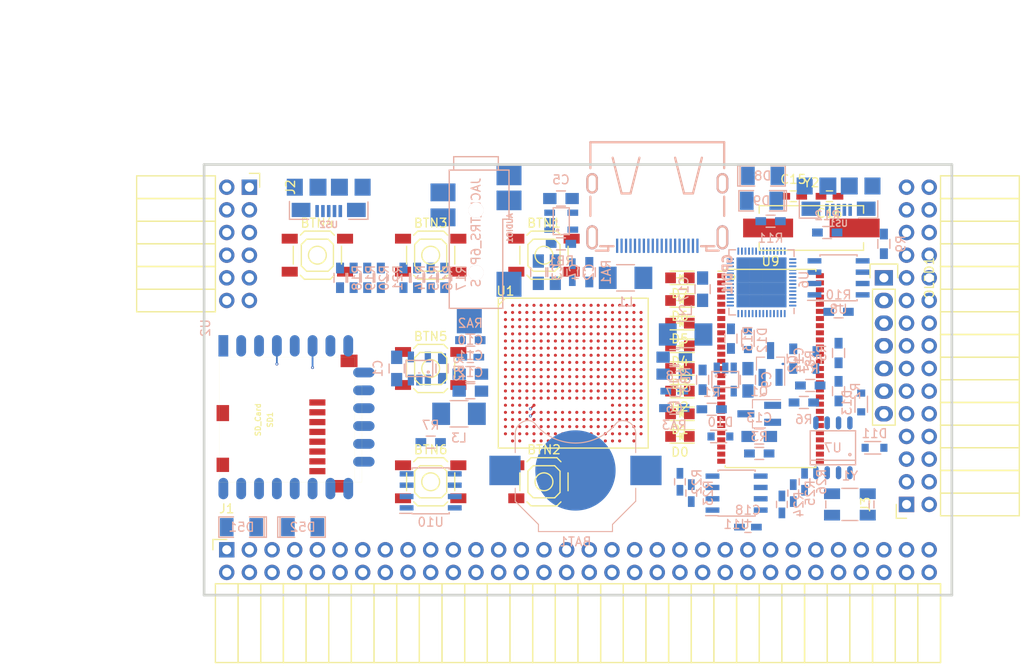
<source format=kicad_pcb>
(kicad_pcb (version 4) (host pcbnew 4.0.5+dfsg1-4)
  (layers (0 F.Cu signal) (1 In1.Cu signal) (2 In2.Cu signal) (31 B.Cu signal) (34 B.Paste user) (35 F.Paste user) (36 B.SilkS user) (37 F.SilkS user) (38 B.Mask user) (39 F.Mask user) (44 Edge.Cuts user))
  (net 0 "")
  (net 1 GND)
  (net 2 +5V)
  (net 3 /gpio/IN5V)
  (net 4 /gpio/OUT5V)
  (net 5 /gpio/P5)
  (net 6 /gpio/P6)
  (net 7 /gpio/P7)
  (net 8 /gpio/P8)
  (net 9 /gpio/P11)
  (net 10 /gpio/P12)
  (net 11 /gpio/P13)
  (net 12 /gpio/P14)
  (net 13 /gpio/P17)
  (net 14 /gpio/P18)
  (net 15 /gpio/P19)
  (net 16 /gpio/P20)
  (net 17 /gpio/P21)
  (net 18 /gpio/P22)
  (net 19 /gpio/P23)
  (net 20 /gpio/P24)
  (net 21 /gpio/P25)
  (net 22 /gpio/P26)
  (net 23 /gpio/P27)
  (net 24 /gpio/P28)
  (net 25 /gpio/P29)
  (net 26 /gpio/P30)
  (net 27 /gpio/P9)
  (net 28 /gpio/P10)
  (net 29 /gpio/P15)
  (net 30 /gpio/P16)
  (net 31 /gpio/P31)
  (net 32 /gpio/P32)
  (net 33 /gpio/P33)
  (net 34 /gpio/P34)
  (net 35 /gpio/P35)
  (net 36 /gpio/P36)
  (net 37 /gpio/P37)
  (net 38 /gpio/P38)
  (net 39 /gpio/P39)
  (net 40 /gpio/P40)
  (net 41 /gpio/P41)
  (net 42 /gpio/P42)
  (net 43 /gpio/P43)
  (net 44 /gpio/P44)
  (net 45 /gpio/P45)
  (net 46 /gpio/P46)
  (net 47 /gpio/P47)
  (net 48 /gpio/P48)
  (net 49 /gpio/P49)
  (net 50 /gpio/P50)
  (net 51 /gpio/P51)
  (net 52 /gpio/P52)
  (net 53 /gpio/P53)
  (net 54 /gpio/P54)
  (net 55 /gpio/P55)
  (net 56 /gpio/P56)
  (net 57 /gpio/P57)
  (net 58 /gpio/P58)
  (net 59 /gpio/P59)
  (net 60 /gpio/P60)
  (net 61 +3V3)
  (net 62 "Net-(L1-Pad1)")
  (net 63 "Net-(L2-Pad1)")
  (net 64 +1V2)
  (net 65 BTN_D)
  (net 66 BTN_F1)
  (net 67 BTN_F2)
  (net 68 BTN_L)
  (net 69 BTN_R)
  (net 70 BTN_U)
  (net 71 /power/FB1)
  (net 72 +2V5)
  (net 73 "Net-(L3-Pad1)")
  (net 74 /power/PWREN)
  (net 75 /power/FB3)
  (net 76 /power/FB2)
  (net 77 /usb/USB5V)
  (net 78 "Net-(D9-Pad1)")
  (net 79 /power/VBAT)
  (net 80 SD_3)
  (net 81 SD_MTMS)
  (net 82 SD_MTCK)
  (net 83 SD_MTDO)
  (net 84 SD_MTDI)
  (net 85 JTAG_TDI)
  (net 86 JTAG_TCK)
  (net 87 JTAG_TMS)
  (net 88 JTAG_TDO)
  (net 89 /power/WAKEUPn)
  (net 90 /power/WKUP)
  (net 91 /power/SHUT)
  (net 92 /power/WAKE)
  (net 93 /power/HOLD)
  (net 94 /power/WKn)
  (net 95 /power/OSCI_32k)
  (net 96 /power/OSCO_32k)
  (net 97 /usb/OSCI_12M)
  (net 98 +1V8)
  (net 99 FTDI_nSUSPEND)
  (net 100 USB_FTDI_DM)
  (net 101 USB_FTDI_DP)
  (net 102 /usb/OSCO_12M)
  (net 103 "Net-(Q2-Pad3)")
  (net 104 /usb/EECLK)
  (net 105 /usb/EECS)
  (net 106 "Net-(R11-Pad2)")
  (net 107 /usb/EEDATA)
  (net 108 SHUTDOWN)
  (net 109 /analog/AUDIO_L)
  (net 110 /analog/AUDIO_R)
  (net 111 GPDI_5V_SCL)
  (net 112 GPDI_5V_SDA)
  (net 113 GPDI_SDA)
  (net 114 GPDI_SCL)
  (net 115 /gpdi/VREF2)
  (net 116 /blinkey/BTNPU)
  (net 117 /gpio/PMODA1)
  (net 118 /gpio/PMODA2)
  (net 119 /gpio/PMODA3)
  (net 120 /gpio/PMODA4)
  (net 121 /gpio/PMODA5)
  (net 122 /gpio/PMODA6)
  (net 123 /gpio/PMODA7)
  (net 124 /gpio/PMODA8)
  (net 125 /gpio/PMODB1)
  (net 126 /gpio/PMODB2)
  (net 127 /gpio/PMODB3)
  (net 128 /gpio/PMODB4)
  (net 129 /gpio/PMODB5)
  (net 130 /gpio/PMODB6)
  (net 131 /gpio/PMODB7)
  (net 132 /gpio/PMODB8)
  (net 133 /gpio/MP1)
  (net 134 /gpio/MP2)
  (net 135 /gpio/MP3)
  (net 136 /gpio/MP4)
  (net 137 /gpio/MP5)
  (net 138 /gpio/MP6)
  (net 139 /gpio/PMODC1)
  (net 140 /gpio/PMODC2)
  (net 141 /gpio/PMODC3)
  (net 142 /gpio/PMODC4)
  (net 143 /gpio/PMODC5)
  (net 144 /gpio/PMODC6)
  (net 145 /gpio/PMODC7)
  (net 146 /gpio/PMODC8)
  (module Keystone_3000_1x12mm-CoinCell:Keystone_3000_1x12mm-CoinCell (layer B.Cu) (at 135.73 95.71)
    (fp_text reference BAT1 (at 0 8) (layer B.SilkS) (effects (justify mirror)))
    (fp_text value CR1225)
    (pad 1 smd rect (at -7.9 0) (size 3.5 3.3) (layers B.Cu B.Paste B.Mask) (net 79 /power/VBAT))
    (pad 1 smd rect (at 7.9 0) (size 3.5 3.3) (layers B.Cu B.Paste B.Mask) (net 79 /power/VBAT))
    (pad 2 smd circle (at 0 0) (size 9 9) (layers B.Cu B.Mask) (net 1 GND))
  )
  (module SMD_Packages:SMD-1206_Pol (layer B.Cu) (at 105.149 102.06)
    (fp_text reference D52 (at 0 0) (layer B.SilkS) (effects (justify mirror)))
    (fp_text value 2A)
    (pad 1 smd rect (at -1.651 0) (size 1.524 2.032) (layers B.Cu B.Paste B.Mask) (net 4 /gpio/OUT5V))
    (pad 2 smd rect (at 1.651 0) (size 1.524 2.032) (layers B.Cu B.Paste B.Mask))
  )
  (module SMD_Packages:SMD-1206_Pol (layer B.Cu) (at 98.291 102.06 180)
    (fp_text reference D51 (at 0 0 180) (layer B.SilkS) (effects (justify mirror)))
    (fp_text value 2A)
    (pad 1 smd rect (at -1.651 0 180) (size 1.524 2.032) (layers B.Cu B.Paste B.Mask) (net 2 +5V))
    (pad 2 smd rect (at 1.651 0 180) (size 1.524 2.032) (layers B.Cu B.Paste B.Mask) (net 3 /gpio/IN5V))
  )
  (module micro-sd:MicroSD_TF02D (layer F.Cu) (at 95.8 90.03 90)
    (fp_text reference SD1 (at 0 5.7 90) (layer F.SilkS) (effects (font (size 0.59944 0.59944) (thickness 0.12446))))
    (fp_text value SD_Card (at 0 4.35 90) (layer F.SilkS) (effects (font (size 0.59944 0.59944) (thickness 0.12446))))
    (pad 1 smd rect (at 1.94 11 90) (size 0.7 1.8) (layers F.Cu F.Paste F.Mask) (net 80 SD_3))
    (pad 2 smd rect (at 0.84 11 90) (size 0.7 1.8) (layers F.Cu F.Paste F.Mask) (net 81 SD_MTMS))
    (pad 3 smd rect (at -0.26 11 90) (size 0.7 1.8) (layers F.Cu F.Paste F.Mask) (net 1 GND))
    (pad 4 smd rect (at -1.36 11 90) (size 0.7 1.8) (layers F.Cu F.Paste F.Mask) (net 61 +3V3))
    (pad 5 smd rect (at -2.46 11 90) (size 0.7 1.8) (layers F.Cu F.Paste F.Mask) (net 82 SD_MTCK))
    (pad 6 smd rect (at -3.56 11 90) (size 0.7 1.8) (layers F.Cu F.Paste F.Mask) (net 1 GND))
    (pad 7 smd rect (at -4.66 11 90) (size 0.7 1.8) (layers F.Cu F.Paste F.Mask) (net 83 SD_MTDO))
    (pad 8 smd rect (at -5.76 11 90) (size 0.7 1.8) (layers F.Cu F.Paste F.Mask) (net 84 SD_MTDI))
    (pad S smd rect (at -5.05 0.4 90) (size 1.6 1.4) (layers F.Cu F.Paste F.Mask))
    (pad S smd rect (at 0.75 0.4 90) (size 1.8 1.4) (layers F.Cu F.Paste F.Mask))
    (pad G smd rect (at -7.45 13.55 90) (size 1.4 1.9) (layers F.Cu F.Paste F.Mask))
    (pad G smd rect (at 6.6 14.55 90) (size 1.4 1.9) (layers F.Cu F.Paste F.Mask))
  )
  (module Socket_Strips:Socket_Strip_Angled_2x32 (layer F.Cu) (at 96.64 104.6)
    (fp_text reference J1 (at 0 -4.6) (layer F.SilkS))
    (fp_text value CONN_02X32)
    (pad 1 thru_hole rect (at 0 0) (size 1.7272 1.7272) (drill 1.016) (layers *.Cu *.Mask) (net 3 /gpio/IN5V))
    (pad 2 thru_hole oval (at 0 2.54) (size 1.7272 1.7272) (drill 1.016) (layers *.Cu *.Mask) (net 4 /gpio/OUT5V))
    (pad 3 thru_hole oval (at 2.54 0) (size 1.7272 1.7272) (drill 1.016) (layers *.Cu *.Mask) (net 1 GND))
    (pad 4 thru_hole oval (at 2.54 2.54) (size 1.7272 1.7272) (drill 1.016) (layers *.Cu *.Mask) (net 1 GND))
    (pad 5 thru_hole oval (at 5.08 0) (size 1.7272 1.7272) (drill 1.016) (layers *.Cu *.Mask) (net 5 /gpio/P5))
    (pad 6 thru_hole oval (at 5.08 2.54) (size 1.7272 1.7272) (drill 1.016) (layers *.Cu *.Mask) (net 6 /gpio/P6))
    (pad 7 thru_hole oval (at 7.62 0) (size 1.7272 1.7272) (drill 1.016) (layers *.Cu *.Mask) (net 7 /gpio/P7))
    (pad 8 thru_hole oval (at 7.62 2.54) (size 1.7272 1.7272) (drill 1.016) (layers *.Cu *.Mask) (net 8 /gpio/P8))
    (pad 9 thru_hole oval (at 10.16 0) (size 1.7272 1.7272) (drill 1.016) (layers *.Cu *.Mask) (net 27 /gpio/P9))
    (pad 10 thru_hole oval (at 10.16 2.54) (size 1.7272 1.7272) (drill 1.016) (layers *.Cu *.Mask) (net 28 /gpio/P10))
    (pad 11 thru_hole oval (at 12.7 0) (size 1.7272 1.7272) (drill 1.016) (layers *.Cu *.Mask) (net 9 /gpio/P11))
    (pad 12 thru_hole oval (at 12.7 2.54) (size 1.7272 1.7272) (drill 1.016) (layers *.Cu *.Mask) (net 10 /gpio/P12))
    (pad 13 thru_hole oval (at 15.24 0) (size 1.7272 1.7272) (drill 1.016) (layers *.Cu *.Mask) (net 11 /gpio/P13))
    (pad 14 thru_hole oval (at 15.24 2.54) (size 1.7272 1.7272) (drill 1.016) (layers *.Cu *.Mask) (net 12 /gpio/P14))
    (pad 15 thru_hole oval (at 17.78 0) (size 1.7272 1.7272) (drill 1.016) (layers *.Cu *.Mask) (net 29 /gpio/P15))
    (pad 16 thru_hole oval (at 17.78 2.54) (size 1.7272 1.7272) (drill 1.016) (layers *.Cu *.Mask) (net 30 /gpio/P16))
    (pad 17 thru_hole oval (at 20.32 0) (size 1.7272 1.7272) (drill 1.016) (layers *.Cu *.Mask) (net 13 /gpio/P17))
    (pad 18 thru_hole oval (at 20.32 2.54) (size 1.7272 1.7272) (drill 1.016) (layers *.Cu *.Mask) (net 14 /gpio/P18))
    (pad 19 thru_hole oval (at 22.86 0) (size 1.7272 1.7272) (drill 1.016) (layers *.Cu *.Mask) (net 15 /gpio/P19))
    (pad 20 thru_hole oval (at 22.86 2.54) (size 1.7272 1.7272) (drill 1.016) (layers *.Cu *.Mask) (net 16 /gpio/P20))
    (pad 21 thru_hole oval (at 25.4 0) (size 1.7272 1.7272) (drill 1.016) (layers *.Cu *.Mask) (net 17 /gpio/P21))
    (pad 22 thru_hole oval (at 25.4 2.54) (size 1.7272 1.7272) (drill 1.016) (layers *.Cu *.Mask) (net 18 /gpio/P22))
    (pad 23 thru_hole oval (at 27.94 0) (size 1.7272 1.7272) (drill 1.016) (layers *.Cu *.Mask) (net 19 /gpio/P23))
    (pad 24 thru_hole oval (at 27.94 2.54) (size 1.7272 1.7272) (drill 1.016) (layers *.Cu *.Mask) (net 20 /gpio/P24))
    (pad 25 thru_hole oval (at 30.48 0) (size 1.7272 1.7272) (drill 1.016) (layers *.Cu *.Mask) (net 21 /gpio/P25))
    (pad 26 thru_hole oval (at 30.48 2.54) (size 1.7272 1.7272) (drill 1.016) (layers *.Cu *.Mask) (net 22 /gpio/P26))
    (pad 27 thru_hole oval (at 33.02 0) (size 1.7272 1.7272) (drill 1.016) (layers *.Cu *.Mask) (net 23 /gpio/P27))
    (pad 28 thru_hole oval (at 33.02 2.54) (size 1.7272 1.7272) (drill 1.016) (layers *.Cu *.Mask) (net 24 /gpio/P28))
    (pad 29 thru_hole oval (at 35.56 0) (size 1.7272 1.7272) (drill 1.016) (layers *.Cu *.Mask) (net 25 /gpio/P29))
    (pad 30 thru_hole oval (at 35.56 2.54) (size 1.7272 1.7272) (drill 1.016) (layers *.Cu *.Mask) (net 26 /gpio/P30))
    (pad 31 thru_hole oval (at 38.1 0) (size 1.7272 1.7272) (drill 1.016) (layers *.Cu *.Mask) (net 31 /gpio/P31))
    (pad 32 thru_hole oval (at 38.1 2.54) (size 1.7272 1.7272) (drill 1.016) (layers *.Cu *.Mask) (net 32 /gpio/P32))
    (pad 33 thru_hole oval (at 40.64 0) (size 1.7272 1.7272) (drill 1.016) (layers *.Cu *.Mask) (net 33 /gpio/P33))
    (pad 34 thru_hole oval (at 40.64 2.54) (size 1.7272 1.7272) (drill 1.016) (layers *.Cu *.Mask) (net 34 /gpio/P34))
    (pad 35 thru_hole oval (at 43.18 0) (size 1.7272 1.7272) (drill 1.016) (layers *.Cu *.Mask) (net 35 /gpio/P35))
    (pad 36 thru_hole oval (at 43.18 2.54) (size 1.7272 1.7272) (drill 1.016) (layers *.Cu *.Mask) (net 36 /gpio/P36))
    (pad 37 thru_hole oval (at 45.72 0) (size 1.7272 1.7272) (drill 1.016) (layers *.Cu *.Mask) (net 37 /gpio/P37))
    (pad 38 thru_hole oval (at 45.72 2.54) (size 1.7272 1.7272) (drill 1.016) (layers *.Cu *.Mask) (net 38 /gpio/P38))
    (pad 39 thru_hole oval (at 48.26 0) (size 1.7272 1.7272) (drill 1.016) (layers *.Cu *.Mask) (net 39 /gpio/P39))
    (pad 40 thru_hole oval (at 48.26 2.54) (size 1.7272 1.7272) (drill 1.016) (layers *.Cu *.Mask) (net 40 /gpio/P40))
    (pad 41 thru_hole oval (at 50.8 0) (size 1.7272 1.7272) (drill 1.016) (layers *.Cu *.Mask) (net 41 /gpio/P41))
    (pad 42 thru_hole oval (at 50.8 2.54) (size 1.7272 1.7272) (drill 1.016) (layers *.Cu *.Mask) (net 42 /gpio/P42))
    (pad 43 thru_hole oval (at 53.34 0) (size 1.7272 1.7272) (drill 1.016) (layers *.Cu *.Mask) (net 43 /gpio/P43))
    (pad 44 thru_hole oval (at 53.34 2.54) (size 1.7272 1.7272) (drill 1.016) (layers *.Cu *.Mask) (net 44 /gpio/P44))
    (pad 45 thru_hole oval (at 55.88 0) (size 1.7272 1.7272) (drill 1.016) (layers *.Cu *.Mask) (net 45 /gpio/P45))
    (pad 46 thru_hole oval (at 55.88 2.54) (size 1.7272 1.7272) (drill 1.016) (layers *.Cu *.Mask) (net 46 /gpio/P46))
    (pad 47 thru_hole oval (at 58.42 0) (size 1.7272 1.7272) (drill 1.016) (layers *.Cu *.Mask) (net 47 /gpio/P47))
    (pad 48 thru_hole oval (at 58.42 2.54) (size 1.7272 1.7272) (drill 1.016) (layers *.Cu *.Mask) (net 48 /gpio/P48))
    (pad 49 thru_hole oval (at 60.96 0) (size 1.7272 1.7272) (drill 1.016) (layers *.Cu *.Mask) (net 49 /gpio/P49))
    (pad 50 thru_hole oval (at 60.96 2.54) (size 1.7272 1.7272) (drill 1.016) (layers *.Cu *.Mask) (net 50 /gpio/P50))
    (pad 51 thru_hole oval (at 63.5 0) (size 1.7272 1.7272) (drill 1.016) (layers *.Cu *.Mask) (net 51 /gpio/P51))
    (pad 52 thru_hole oval (at 63.5 2.54) (size 1.7272 1.7272) (drill 1.016) (layers *.Cu *.Mask) (net 52 /gpio/P52))
    (pad 53 thru_hole oval (at 66.04 0) (size 1.7272 1.7272) (drill 1.016) (layers *.Cu *.Mask) (net 53 /gpio/P53))
    (pad 54 thru_hole oval (at 66.04 2.54) (size 1.7272 1.7272) (drill 1.016) (layers *.Cu *.Mask) (net 54 /gpio/P54))
    (pad 55 thru_hole oval (at 68.58 0) (size 1.7272 1.7272) (drill 1.016) (layers *.Cu *.Mask) (net 55 /gpio/P55))
    (pad 56 thru_hole oval (at 68.58 2.54) (size 1.7272 1.7272) (drill 1.016) (layers *.Cu *.Mask) (net 56 /gpio/P56))
    (pad 57 thru_hole oval (at 71.12 0) (size 1.7272 1.7272) (drill 1.016) (layers *.Cu *.Mask) (net 57 /gpio/P57))
    (pad 58 thru_hole oval (at 71.12 2.54) (size 1.7272 1.7272) (drill 1.016) (layers *.Cu *.Mask) (net 58 /gpio/P58))
    (pad 59 thru_hole oval (at 73.66 0) (size 1.7272 1.7272) (drill 1.016) (layers *.Cu *.Mask) (net 59 /gpio/P59))
    (pad 60 thru_hole oval (at 73.66 2.54) (size 1.7272 1.7272) (drill 1.016) (layers *.Cu *.Mask) (net 60 /gpio/P60))
    (pad 61 thru_hole oval (at 76.2 0) (size 1.7272 1.7272) (drill 1.016) (layers *.Cu *.Mask) (net 1 GND))
    (pad 62 thru_hole oval (at 76.2 2.54) (size 1.7272 1.7272) (drill 1.016) (layers *.Cu *.Mask) (net 1 GND))
    (pad 63 thru_hole oval (at 78.74 0) (size 1.7272 1.7272) (drill 1.016) (layers *.Cu *.Mask) (net 61 +3V3))
    (pad 64 thru_hole oval (at 78.74 2.54) (size 1.7272 1.7272) (drill 1.016) (layers *.Cu *.Mask) (net 61 +3V3))
  )
  (module Socket_Strips:Socket_Strip_Angled_2x15 (layer F.Cu) (at 172.84 99.52 90)
    (fp_text reference J3 (at 0 -4.6 90) (layer F.SilkS))
    (fp_text value CONN_02X15)
    (pad 1 thru_hole rect (at 0 0 90) (size 1.7272 1.7272) (drill 1.016) (layers *.Cu *.Mask) (net 61 +3V3))
    (pad 2 thru_hole oval (at 0 2.54 90) (size 1.7272 1.7272) (drill 1.016) (layers *.Cu *.Mask) (net 61 +3V3))
    (pad 3 thru_hole oval (at 2.54 0 90) (size 1.7272 1.7272) (drill 1.016) (layers *.Cu *.Mask) (net 1 GND))
    (pad 4 thru_hole oval (at 2.54 2.54 90) (size 1.7272 1.7272) (drill 1.016) (layers *.Cu *.Mask) (net 1 GND))
    (pad 5 thru_hole oval (at 5.08 0 90) (size 1.7272 1.7272) (drill 1.016) (layers *.Cu *.Mask) (net 125 /gpio/PMODB1))
    (pad 6 thru_hole oval (at 5.08 2.54 90) (size 1.7272 1.7272) (drill 1.016) (layers *.Cu *.Mask) (net 126 /gpio/PMODB2))
    (pad 7 thru_hole oval (at 7.62 0 90) (size 1.7272 1.7272) (drill 1.016) (layers *.Cu *.Mask) (net 127 /gpio/PMODB3))
    (pad 8 thru_hole oval (at 7.62 2.54 90) (size 1.7272 1.7272) (drill 1.016) (layers *.Cu *.Mask) (net 128 /gpio/PMODB4))
    (pad 9 thru_hole oval (at 10.16 0 90) (size 1.7272 1.7272) (drill 1.016) (layers *.Cu *.Mask) (net 129 /gpio/PMODB5))
    (pad 10 thru_hole oval (at 10.16 2.54 90) (size 1.7272 1.7272) (drill 1.016) (layers *.Cu *.Mask) (net 130 /gpio/PMODB6))
    (pad 11 thru_hole oval (at 12.7 0 90) (size 1.7272 1.7272) (drill 1.016) (layers *.Cu *.Mask) (net 131 /gpio/PMODB7))
    (pad 12 thru_hole oval (at 12.7 2.54 90) (size 1.7272 1.7272) (drill 1.016) (layers *.Cu *.Mask) (net 132 /gpio/PMODB8))
    (pad 13 thru_hole oval (at 15.24 0 90) (size 1.7272 1.7272) (drill 1.016) (layers *.Cu *.Mask) (net 133 /gpio/MP1))
    (pad 14 thru_hole oval (at 15.24 2.54 90) (size 1.7272 1.7272) (drill 1.016) (layers *.Cu *.Mask) (net 134 /gpio/MP2))
    (pad 15 thru_hole oval (at 17.78 0 90) (size 1.7272 1.7272) (drill 1.016) (layers *.Cu *.Mask) (net 135 /gpio/MP3))
    (pad 16 thru_hole oval (at 17.78 2.54 90) (size 1.7272 1.7272) (drill 1.016) (layers *.Cu *.Mask) (net 136 /gpio/MP4))
    (pad 17 thru_hole oval (at 20.32 0 90) (size 1.7272 1.7272) (drill 1.016) (layers *.Cu *.Mask) (net 137 /gpio/MP5))
    (pad 18 thru_hole oval (at 20.32 2.54 90) (size 1.7272 1.7272) (drill 1.016) (layers *.Cu *.Mask) (net 138 /gpio/MP6))
    (pad 19 thru_hole oval (at 22.86 0 90) (size 1.7272 1.7272) (drill 1.016) (layers *.Cu *.Mask) (net 61 +3V3))
    (pad 20 thru_hole oval (at 22.86 2.54 90) (size 1.7272 1.7272) (drill 1.016) (layers *.Cu *.Mask) (net 61 +3V3))
    (pad 21 thru_hole oval (at 25.4 0 90) (size 1.7272 1.7272) (drill 1.016) (layers *.Cu *.Mask) (net 1 GND))
    (pad 22 thru_hole oval (at 25.4 2.54 90) (size 1.7272 1.7272) (drill 1.016) (layers *.Cu *.Mask) (net 1 GND))
    (pad 23 thru_hole oval (at 27.94 0 90) (size 1.7272 1.7272) (drill 1.016) (layers *.Cu *.Mask) (net 139 /gpio/PMODC1))
    (pad 24 thru_hole oval (at 27.94 2.54 90) (size 1.7272 1.7272) (drill 1.016) (layers *.Cu *.Mask) (net 140 /gpio/PMODC2))
    (pad 25 thru_hole oval (at 30.48 0 90) (size 1.7272 1.7272) (drill 1.016) (layers *.Cu *.Mask) (net 141 /gpio/PMODC3))
    (pad 26 thru_hole oval (at 30.48 2.54 90) (size 1.7272 1.7272) (drill 1.016) (layers *.Cu *.Mask) (net 142 /gpio/PMODC4))
    (pad 27 thru_hole oval (at 33.02 0 90) (size 1.7272 1.7272) (drill 1.016) (layers *.Cu *.Mask) (net 143 /gpio/PMODC5))
    (pad 28 thru_hole oval (at 33.02 2.54 90) (size 1.7272 1.7272) (drill 1.016) (layers *.Cu *.Mask) (net 144 /gpio/PMODC6))
    (pad 29 thru_hole oval (at 35.56 0 90) (size 1.7272 1.7272) (drill 1.016) (layers *.Cu *.Mask) (net 145 /gpio/PMODC7))
    (pad 30 thru_hole oval (at 35.56 2.54 90) (size 1.7272 1.7272) (drill 1.016) (layers *.Cu *.Mask) (net 146 /gpio/PMODC8))
  )
  (module Socket_Strips:Socket_Strip_Angled_2x06 (layer F.Cu) (at 99.18 63.96 270)
    (fp_text reference J2 (at 0 -4.6 270) (layer F.SilkS))
    (fp_text value CONN_02X06)
    (pad 1 thru_hole rect (at 0 0 270) (size 1.7272 1.7272) (drill 1.016) (layers *.Cu *.Mask) (net 61 +3V3))
    (pad 2 thru_hole oval (at 0 2.54 270) (size 1.7272 1.7272) (drill 1.016) (layers *.Cu *.Mask) (net 61 +3V3))
    (pad 3 thru_hole oval (at 2.54 0 270) (size 1.7272 1.7272) (drill 1.016) (layers *.Cu *.Mask) (net 1 GND))
    (pad 4 thru_hole oval (at 2.54 2.54 270) (size 1.7272 1.7272) (drill 1.016) (layers *.Cu *.Mask) (net 1 GND))
    (pad 5 thru_hole oval (at 5.08 0 270) (size 1.7272 1.7272) (drill 1.016) (layers *.Cu *.Mask) (net 117 /gpio/PMODA1))
    (pad 6 thru_hole oval (at 5.08 2.54 270) (size 1.7272 1.7272) (drill 1.016) (layers *.Cu *.Mask) (net 118 /gpio/PMODA2))
    (pad 7 thru_hole oval (at 7.62 0 270) (size 1.7272 1.7272) (drill 1.016) (layers *.Cu *.Mask) (net 119 /gpio/PMODA3))
    (pad 8 thru_hole oval (at 7.62 2.54 270) (size 1.7272 1.7272) (drill 1.016) (layers *.Cu *.Mask) (net 120 /gpio/PMODA4))
    (pad 9 thru_hole oval (at 10.16 0 270) (size 1.7272 1.7272) (drill 1.016) (layers *.Cu *.Mask) (net 121 /gpio/PMODA5))
    (pad 10 thru_hole oval (at 10.16 2.54 270) (size 1.7272 1.7272) (drill 1.016) (layers *.Cu *.Mask) (net 122 /gpio/PMODA6))
    (pad 11 thru_hole oval (at 12.7 0 270) (size 1.7272 1.7272) (drill 1.016) (layers *.Cu *.Mask) (net 123 /gpio/PMODA7))
    (pad 12 thru_hole oval (at 12.7 2.54 270) (size 1.7272 1.7272) (drill 1.016) (layers *.Cu *.Mask) (net 124 /gpio/PMODA8))
  )
  (module Resistors_SMD:R_1210_HandSoldering (layer B.Cu) (at 141.344 74.12)
    (fp_text reference L1 (at 0 2.7) (layer B.SilkS) (effects (justify mirror)))
    (fp_text value 2.2uH)
    (pad 1 smd rect (at -2 0) (size 2 2.5) (layers B.Cu B.Paste B.Mask) (net 62 "Net-(L1-Pad1)"))
    (pad 2 smd rect (at 2 0) (size 2 2.5) (layers B.Cu B.Paste B.Mask) (net 64 +1V2))
  )
  (module TSOT-25:TSOT-25 (layer B.Cu) (at 134.135 67.77 90)
    (fp_text reference U3 (at 0 -0.5 90) (layer B.SilkS) (effects (font (size 0.15 0.15) (thickness 0.0375)) (justify mirror)))
    (fp_text value AP3429A)
    (pad 1 smd rect (at -0.95 -1.3 90) (size 0.7 1.2) (layers B.Cu B.Paste B.Mask) (net 74 /power/PWREN))
    (pad 2 smd rect (at 0 -1.3 90) (size 0.7 1.2) (layers B.Cu B.Paste B.Mask) (net 1 GND))
    (pad 3 smd rect (at 0.95 -1.3 90) (size 0.7 1.2) (layers B.Cu B.Paste B.Mask) (net 62 "Net-(L1-Pad1)"))
    (pad 4 smd rect (at 0.95 1.3 90) (size 0.7 1.2) (layers B.Cu B.Paste B.Mask) (net 2 +5V))
    (pad 5 smd rect (at -0.95 1.3 90) (size 0.7 1.2) (layers B.Cu B.Paste B.Mask) (net 71 /power/FB1))
  )
  (module Resistors_SMD:R_1210_HandSoldering (layer B.Cu) (at 148.075 80.47 180)
    (fp_text reference L2 (at 0 2.7 180) (layer B.SilkS) (effects (justify mirror)))
    (fp_text value 2.2uH)
    (pad 1 smd rect (at -2 0 180) (size 2 2.5) (layers B.Cu B.Paste B.Mask) (net 63 "Net-(L2-Pad1)"))
    (pad 2 smd rect (at 2 0 180) (size 2 2.5) (layers B.Cu B.Paste B.Mask) (net 61 +3V3))
  )
  (module TSOT-25:TSOT-25 (layer B.Cu) (at 152.52 85.52)
    (fp_text reference U4 (at 0 -0.5) (layer B.SilkS) (effects (font (size 0.15 0.15) (thickness 0.0375)) (justify mirror)))
    (fp_text value AP3429A)
    (pad 1 smd rect (at -0.95 -1.3) (size 0.7 1.2) (layers B.Cu B.Paste B.Mask) (net 74 /power/PWREN))
    (pad 2 smd rect (at 0 -1.3) (size 0.7 1.2) (layers B.Cu B.Paste B.Mask) (net 1 GND))
    (pad 3 smd rect (at 0.95 -1.3) (size 0.7 1.2) (layers B.Cu B.Paste B.Mask) (net 63 "Net-(L2-Pad1)"))
    (pad 4 smd rect (at 0.95 1.3) (size 0.7 1.2) (layers B.Cu B.Paste B.Mask) (net 2 +5V))
    (pad 5 smd rect (at -0.95 1.3) (size 0.7 1.2) (layers B.Cu B.Paste B.Mask) (net 75 /power/FB3))
  )
  (module Buttons_Switches_SMD:SW_SPST_SKQG (layer F.Cu) (at 132.2 71.58)
    (fp_text reference BTN1 (at 0 -3.6) (layer F.SilkS))
    (fp_text value FIRE1)
    (pad 1 smd rect (at -3.1 -1.85) (size 1.8 1.1) (layers F.Cu F.Paste F.Mask) (net 116 /blinkey/BTNPU))
    (pad 1 smd rect (at 3.1 -1.85) (size 1.8 1.1) (layers F.Cu F.Paste F.Mask) (net 116 /blinkey/BTNPU))
    (pad 2 smd rect (at -3.1 1.85) (size 1.8 1.1) (layers F.Cu F.Paste F.Mask) (net 66 BTN_F1))
    (pad 2 smd rect (at 3.1 1.85) (size 1.8 1.1) (layers F.Cu F.Paste F.Mask) (net 66 BTN_F1))
  )
  (module Buttons_Switches_SMD:SW_SPST_SKQG (layer F.Cu) (at 132.2 96.98)
    (fp_text reference BTN2 (at 0 -3.6) (layer F.SilkS))
    (fp_text value FIRE2)
    (pad 1 smd rect (at -3.1 -1.85) (size 1.8 1.1) (layers F.Cu F.Paste F.Mask) (net 116 /blinkey/BTNPU))
    (pad 1 smd rect (at 3.1 -1.85) (size 1.8 1.1) (layers F.Cu F.Paste F.Mask) (net 116 /blinkey/BTNPU))
    (pad 2 smd rect (at -3.1 1.85) (size 1.8 1.1) (layers F.Cu F.Paste F.Mask) (net 67 BTN_F2))
    (pad 2 smd rect (at 3.1 1.85) (size 1.8 1.1) (layers F.Cu F.Paste F.Mask) (net 67 BTN_F2))
  )
  (module Buttons_Switches_SMD:SW_SPST_SKQG (layer F.Cu) (at 119.5 71.58)
    (fp_text reference BTN3 (at 0 -3.6) (layer F.SilkS))
    (fp_text value UP)
    (pad 1 smd rect (at -3.1 -1.85) (size 1.8 1.1) (layers F.Cu F.Paste F.Mask) (net 116 /blinkey/BTNPU))
    (pad 1 smd rect (at 3.1 -1.85) (size 1.8 1.1) (layers F.Cu F.Paste F.Mask) (net 116 /blinkey/BTNPU))
    (pad 2 smd rect (at -3.1 1.85) (size 1.8 1.1) (layers F.Cu F.Paste F.Mask) (net 70 BTN_U))
    (pad 2 smd rect (at 3.1 1.85) (size 1.8 1.1) (layers F.Cu F.Paste F.Mask) (net 70 BTN_U))
  )
  (module Buttons_Switches_SMD:SW_SPST_SKQG (layer F.Cu) (at 106.8 71.58)
    (fp_text reference BTN4 (at 0 -3.6) (layer F.SilkS))
    (fp_text value DOWN)
    (pad 1 smd rect (at -3.1 -1.85) (size 1.8 1.1) (layers F.Cu F.Paste F.Mask) (net 116 /blinkey/BTNPU))
    (pad 1 smd rect (at 3.1 -1.85) (size 1.8 1.1) (layers F.Cu F.Paste F.Mask) (net 116 /blinkey/BTNPU))
    (pad 2 smd rect (at -3.1 1.85) (size 1.8 1.1) (layers F.Cu F.Paste F.Mask) (net 65 BTN_D))
    (pad 2 smd rect (at 3.1 1.85) (size 1.8 1.1) (layers F.Cu F.Paste F.Mask) (net 65 BTN_D))
  )
  (module Buttons_Switches_SMD:SW_SPST_SKQG (layer F.Cu) (at 119.5 84.28)
    (fp_text reference BTN5 (at 0 -3.6) (layer F.SilkS))
    (fp_text value LEFT)
    (pad 1 smd rect (at -3.1 -1.85) (size 1.8 1.1) (layers F.Cu F.Paste F.Mask) (net 116 /blinkey/BTNPU))
    (pad 1 smd rect (at 3.1 -1.85) (size 1.8 1.1) (layers F.Cu F.Paste F.Mask) (net 116 /blinkey/BTNPU))
    (pad 2 smd rect (at -3.1 1.85) (size 1.8 1.1) (layers F.Cu F.Paste F.Mask) (net 68 BTN_L))
    (pad 2 smd rect (at 3.1 1.85) (size 1.8 1.1) (layers F.Cu F.Paste F.Mask) (net 68 BTN_L))
  )
  (module Buttons_Switches_SMD:SW_SPST_SKQG (layer F.Cu) (at 119.5 96.98)
    (fp_text reference BTN6 (at 0 -3.6) (layer F.SilkS))
    (fp_text value RIGHT)
    (pad 1 smd rect (at -3.1 -1.85) (size 1.8 1.1) (layers F.Cu F.Paste F.Mask) (net 116 /blinkey/BTNPU))
    (pad 1 smd rect (at 3.1 -1.85) (size 1.8 1.1) (layers F.Cu F.Paste F.Mask) (net 116 /blinkey/BTNPU))
    (pad 2 smd rect (at -3.1 1.85) (size 1.8 1.1) (layers F.Cu F.Paste F.Mask) (net 69 BTN_R))
    (pad 2 smd rect (at 3.1 1.85) (size 1.8 1.1) (layers F.Cu F.Paste F.Mask) (net 69 BTN_R))
  )
  (module LEDs:LED_0805 (layer F.Cu) (at 147.44 91.9 180)
    (fp_text reference D0 (at 0 -1.75 180) (layer F.SilkS))
    (fp_text value LED)
    (pad 2 smd rect (at 1.04902 0) (size 1.19888 1.19888) (layers F.Cu F.Paste F.Mask))
    (pad 1 smd rect (at -1.04902 0) (size 1.19888 1.19888) (layers F.Cu F.Paste F.Mask) (net 1 GND))
  )
  (module LEDs:LED_0805 (layer F.Cu) (at 147.44 89.36 180)
    (fp_text reference D1 (at 0 -1.75 180) (layer F.SilkS))
    (fp_text value LED)
    (pad 2 smd rect (at 1.04902 0) (size 1.19888 1.19888) (layers F.Cu F.Paste F.Mask))
    (pad 1 smd rect (at -1.04902 0) (size 1.19888 1.19888) (layers F.Cu F.Paste F.Mask) (net 1 GND))
  )
  (module LEDs:LED_0805 (layer F.Cu) (at 147.44 86.82 180)
    (fp_text reference D2 (at 0 -1.75 180) (layer F.SilkS))
    (fp_text value LED)
    (pad 2 smd rect (at 1.04902 0) (size 1.19888 1.19888) (layers F.Cu F.Paste F.Mask))
    (pad 1 smd rect (at -1.04902 0) (size 1.19888 1.19888) (layers F.Cu F.Paste F.Mask) (net 1 GND))
  )
  (module LEDs:LED_0805 (layer F.Cu) (at 147.44 84.28 180)
    (fp_text reference D3 (at 0 -1.75 180) (layer F.SilkS))
    (fp_text value LED)
    (pad 2 smd rect (at 1.04902 0) (size 1.19888 1.19888) (layers F.Cu F.Paste F.Mask))
    (pad 1 smd rect (at -1.04902 0) (size 1.19888 1.19888) (layers F.Cu F.Paste F.Mask) (net 1 GND))
  )
  (module LEDs:LED_0805 (layer F.Cu) (at 147.44 81.74 180)
    (fp_text reference D4 (at 0 -1.75 180) (layer F.SilkS))
    (fp_text value LED)
    (pad 2 smd rect (at 1.04902 0) (size 1.19888 1.19888) (layers F.Cu F.Paste F.Mask))
    (pad 1 smd rect (at -1.04902 0) (size 1.19888 1.19888) (layers F.Cu F.Paste F.Mask) (net 1 GND))
  )
  (module LEDs:LED_0805 (layer F.Cu) (at 147.44 79.2 180)
    (fp_text reference D5 (at 0 -1.75 180) (layer F.SilkS))
    (fp_text value LED)
    (pad 2 smd rect (at 1.04902 0) (size 1.19888 1.19888) (layers F.Cu F.Paste F.Mask))
    (pad 1 smd rect (at -1.04902 0) (size 1.19888 1.19888) (layers F.Cu F.Paste F.Mask) (net 1 GND))
  )
  (module LEDs:LED_0805 (layer F.Cu) (at 147.44 76.66 180)
    (fp_text reference D6 (at 0 -1.75 180) (layer F.SilkS))
    (fp_text value LED)
    (pad 2 smd rect (at 1.04902 0) (size 1.19888 1.19888) (layers F.Cu F.Paste F.Mask))
    (pad 1 smd rect (at -1.04902 0) (size 1.19888 1.19888) (layers F.Cu F.Paste F.Mask) (net 1 GND))
  )
  (module LEDs:LED_0805 (layer F.Cu) (at 147.44 74.12 180)
    (fp_text reference D7 (at 0 -1.75 180) (layer F.SilkS))
    (fp_text value LED)
    (pad 2 smd rect (at 1.04902 0) (size 1.19888 1.19888) (layers F.Cu F.Paste F.Mask))
    (pad 1 smd rect (at -1.04902 0) (size 1.19888 1.19888) (layers F.Cu F.Paste F.Mask) (net 1 GND))
  )
  (module Socket_Strips:Socket_Strip_Straight_1x07 (layer F.Cu) (at 170.3 74.12 270)
    (fp_text reference OLED1 (at 0 -5.1 270) (layer F.SilkS))
    (fp_text value CONN_01X07)
    (pad 1 thru_hole rect (at 0 0 270) (size 1.7272 2.032) (drill 1.016) (layers *.Cu *.Mask) (net 1 GND))
    (pad 2 thru_hole oval (at 2.54 0 270) (size 1.7272 2.032) (drill 1.016) (layers *.Cu *.Mask) (net 61 +3V3))
    (pad 3 thru_hole oval (at 5.08 0 270) (size 1.7272 2.032) (drill 1.016) (layers *.Cu *.Mask))
    (pad 4 thru_hole oval (at 7.62 0 270) (size 1.7272 2.032) (drill 1.016) (layers *.Cu *.Mask))
    (pad 5 thru_hole oval (at 10.16 0 270) (size 1.7272 2.032) (drill 1.016) (layers *.Cu *.Mask))
    (pad 6 thru_hole oval (at 12.7 0 270) (size 1.7272 2.032) (drill 1.016) (layers *.Cu *.Mask))
    (pad 7 thru_hole oval (at 15.24 0 270) (size 1.7272 2.032) (drill 1.016) (layers *.Cu *.Mask))
  )
  (module Resistors_SMD:R_1210_HandSoldering (layer B.Cu) (at 122.675 89.36)
    (fp_text reference L3 (at 0 2.7) (layer B.SilkS) (effects (justify mirror)))
    (fp_text value 2.2uH)
    (pad 1 smd rect (at -2 0) (size 2 2.5) (layers B.Cu B.Paste B.Mask) (net 73 "Net-(L3-Pad1)"))
    (pad 2 smd rect (at 2 0) (size 2 2.5) (layers B.Cu B.Paste B.Mask) (net 72 +2V5))
  )
  (module TSOT-25:TSOT-25 (layer B.Cu) (at 118.23 84.28 180)
    (fp_text reference U5 (at 0 -0.5 180) (layer B.SilkS) (effects (font (size 0.15 0.15) (thickness 0.0375)) (justify mirror)))
    (fp_text value AP3429A)
    (pad 1 smd rect (at -0.95 -1.3 180) (size 0.7 1.2) (layers B.Cu B.Paste B.Mask) (net 74 /power/PWREN))
    (pad 2 smd rect (at 0 -1.3 180) (size 0.7 1.2) (layers B.Cu B.Paste B.Mask) (net 1 GND))
    (pad 3 smd rect (at 0.95 -1.3 180) (size 0.7 1.2) (layers B.Cu B.Paste B.Mask) (net 73 "Net-(L3-Pad1)"))
    (pad 4 smd rect (at 0.95 1.3 180) (size 0.7 1.2) (layers B.Cu B.Paste B.Mask) (net 2 +5V))
    (pad 5 smd rect (at -0.95 1.3 180) (size 0.7 1.2) (layers B.Cu B.Paste B.Mask) (net 76 /power/FB2))
  )
  (module Capacitors_SMD:C_0805_HandSoldering (layer B.Cu) (at 115.69 84.28 270)
    (fp_text reference C1 (at 0 2.1 270) (layer B.SilkS) (effects (justify mirror)))
    (fp_text value 22uF)
    (pad 1 smd rect (at -1.25 0 270) (size 1.5 1.25) (layers B.Cu B.Paste B.Mask) (net 2 +5V))
    (pad 2 smd rect (at 1.25 0 270) (size 1.5 1.25) (layers B.Cu B.Paste B.Mask) (net 1 GND))
  )
  (module Capacitors_SMD:C_0805_HandSoldering (layer B.Cu) (at 131.565 73.485 90)
    (fp_text reference C3 (at 0 2.1 90) (layer B.SilkS) (effects (justify mirror)))
    (fp_text value 22uF)
    (pad 1 smd rect (at -1.25 0 90) (size 1.5 1.25) (layers B.Cu B.Paste B.Mask) (net 64 +1V2))
    (pad 2 smd rect (at 1.25 0 90) (size 1.5 1.25) (layers B.Cu B.Paste B.Mask) (net 1 GND))
  )
  (module Capacitors_SMD:C_0805_HandSoldering (layer B.Cu) (at 133.47 73.485 90)
    (fp_text reference C4 (at 0 2.1 90) (layer B.SilkS) (effects (justify mirror)))
    (fp_text value 22uF)
    (pad 1 smd rect (at -1.25 0 90) (size 1.5 1.25) (layers B.Cu B.Paste B.Mask) (net 64 +1V2))
    (pad 2 smd rect (at 1.25 0 90) (size 1.5 1.25) (layers B.Cu B.Paste B.Mask) (net 1 GND))
  )
  (module Capacitors_SMD:C_0805_HandSoldering (layer B.Cu) (at 134.105 65.23 180)
    (fp_text reference C5 (at 0 2.1 180) (layer B.SilkS) (effects (justify mirror)))
    (fp_text value 22uF)
    (pad 1 smd rect (at -1.25 0 180) (size 1.5 1.25) (layers B.Cu B.Paste B.Mask) (net 2 +5V))
    (pad 2 smd rect (at 1.25 0 180) (size 1.5 1.25) (layers B.Cu B.Paste B.Mask) (net 1 GND))
  )
  (module Capacitors_SMD:C_0805_HandSoldering (layer B.Cu) (at 146.805 84.915)
    (fp_text reference C7 (at 0 2.1) (layer B.SilkS) (effects (justify mirror)))
    (fp_text value 22uF)
    (pad 1 smd rect (at -1.25 0) (size 1.5 1.25) (layers B.Cu B.Paste B.Mask) (net 61 +3V3))
    (pad 2 smd rect (at 1.25 0) (size 1.5 1.25) (layers B.Cu B.Paste B.Mask) (net 1 GND))
  )
  (module Capacitors_SMD:C_0805_HandSoldering (layer B.Cu) (at 146.805 83.01)
    (fp_text reference C8 (at 0 2.1) (layer B.SilkS) (effects (justify mirror)))
    (fp_text value 22uF)
    (pad 1 smd rect (at -1.25 0) (size 1.5 1.25) (layers B.Cu B.Paste B.Mask) (net 61 +3V3))
    (pad 2 smd rect (at 1.25 0) (size 1.5 1.25) (layers B.Cu B.Paste B.Mask) (net 1 GND))
  )
  (module Capacitors_SMD:C_0805_HandSoldering (layer B.Cu) (at 155.06 85.55 90)
    (fp_text reference C9 (at 0 2.1 90) (layer B.SilkS) (effects (justify mirror)))
    (fp_text value 22uF)
    (pad 1 smd rect (at -1.25 0 90) (size 1.5 1.25) (layers B.Cu B.Paste B.Mask) (net 2 +5V))
    (pad 2 smd rect (at 1.25 0 90) (size 1.5 1.25) (layers B.Cu B.Paste B.Mask) (net 1 GND))
  )
  (module Capacitors_SMD:C_0805_HandSoldering (layer B.Cu) (at 123.945 84.915 180)
    (fp_text reference C11 (at 0 2.1 180) (layer B.SilkS) (effects (justify mirror)))
    (fp_text value 22uF)
    (pad 1 smd rect (at -1.25 0 180) (size 1.5 1.25) (layers B.Cu B.Paste B.Mask) (net 72 +2V5))
    (pad 2 smd rect (at 1.25 0 180) (size 1.5 1.25) (layers B.Cu B.Paste B.Mask) (net 1 GND))
  )
  (module Capacitors_SMD:C_0805_HandSoldering (layer B.Cu) (at 123.945 86.82 180)
    (fp_text reference C12 (at 0 2.1 180) (layer B.SilkS) (effects (justify mirror)))
    (fp_text value 22uF)
    (pad 1 smd rect (at -1.25 0 180) (size 1.5 1.25) (layers B.Cu B.Paste B.Mask) (net 72 +2V5))
    (pad 2 smd rect (at 1.25 0 180) (size 1.5 1.25) (layers B.Cu B.Paste B.Mask) (net 1 GND))
  )
  (module SMD_Packages:SMD-1206_Pol (layer B.Cu) (at 156.711 62.69)
    (fp_text reference D8 (at 0 0) (layer B.SilkS) (effects (justify mirror)))
    (fp_text value 2A)
    (pad 1 smd rect (at -1.651 0) (size 1.524 2.032) (layers B.Cu B.Paste B.Mask) (net 2 +5V))
    (pad 2 smd rect (at 1.651 0) (size 1.524 2.032) (layers B.Cu B.Paste B.Mask) (net 77 /usb/USB5V))
  )
  (module SMD_Packages:SMD-1206_Pol (layer B.Cu) (at 156.584 65.484 180)
    (fp_text reference D9 (at 0 0 180) (layer B.SilkS) (effects (justify mirror)))
    (fp_text value 2A)
    (pad 1 smd rect (at -1.651 0 180) (size 1.524 2.032) (layers B.Cu B.Paste B.Mask) (net 78 "Net-(D9-Pad1)"))
    (pad 2 smd rect (at 1.651 0 180) (size 1.524 2.032) (layers B.Cu B.Paste B.Mask) (net 2 +5V))
  )
  (module Power_Integrations:SO-8 (layer B.Cu) (at 164.585 93.17 180)
    (fp_text reference U7 (at 0 0 180) (layer B.SilkS) (effects (justify mirror)))
    (fp_text value PCF8523)
    (pad 1 smd oval (at -1.905 -2.794 180) (size 0.6096 1.4732) (layers B.Cu B.Paste B.Mask) (net 95 /power/OSCI_32k))
    (pad 2 smd oval (at -0.635 -2.794 180) (size 0.6096 1.4732) (layers B.Cu B.Paste B.Mask) (net 96 /power/OSCO_32k))
    (pad 3 smd oval (at 0.635 -2.794 180) (size 0.6096 1.4732) (layers B.Cu B.Paste B.Mask) (net 79 /power/VBAT))
    (pad 4 smd oval (at 1.905 -2.794 180) (size 0.6096 1.4732) (layers B.Cu B.Paste B.Mask) (net 1 GND))
    (pad 5 smd oval (at 1.905 2.794 180) (size 0.6096 1.4732) (layers B.Cu B.Paste B.Mask))
    (pad 6 smd oval (at 0.635 2.794 180) (size 0.6096 1.4732) (layers B.Cu B.Paste B.Mask))
    (pad 7 smd oval (at -0.635 2.794 180) (size 0.6096 1.4732) (layers B.Cu B.Paste B.Mask) (net 89 /power/WAKEUPn))
    (pad 8 smd oval (at -1.905 2.794 180) (size 0.6096 1.4732) (layers B.Cu B.Paste B.Mask) (net 72 +2V5))
  )
  (module ESP8266:ESP-12E (layer B.Cu) (at 96.26 81.74 270)
    (fp_text reference U2 (at -2 2 270) (layer B.SilkS) (effects (justify mirror)))
    (fp_text value ESP-12E)
    (pad 9 smd oval (at 2.99 -15.75 180) (size 2.4 1.1) (layers B.Cu B.Paste B.Mask) (net 83 SD_MTDO))
    (pad 10 smd oval (at 4.99 -15.75 180) (size 2.4 1.1) (layers B.Cu B.Paste B.Mask) (net 84 SD_MTDI))
    (pad 11 smd oval (at 6.99 -15.75 180) (size 2.4 1.1) (layers B.Cu B.Paste B.Mask) (net 80 SD_3))
    (pad 12 smd oval (at 8.99 -15.75 180) (size 2.4 1.1) (layers B.Cu B.Paste B.Mask) (net 81 SD_MTMS))
    (pad 13 smd oval (at 10.99 -15.75 180) (size 2.4 1.1) (layers B.Cu B.Paste B.Mask) (net 82 SD_MTCK))
    (pad 14 smd oval (at 12.99 -15.75 180) (size 2.4 1.1) (layers B.Cu B.Paste B.Mask))
    (pad 1 smd rect (at 0 0 270) (size 2.4 1.1) (layers B.Cu B.Paste B.Mask))
    (pad 2 smd oval (at 0 -2 270) (size 2.4 1.1) (layers B.Cu B.Paste B.Mask))
    (pad 3 smd oval (at 0 -4 270) (size 2.4 1.1) (layers B.Cu B.Paste B.Mask))
    (pad 4 smd oval (at 0 -6 270) (size 2.4 1.1) (layers B.Cu B.Paste B.Mask) (net 85 JTAG_TDI))
    (pad 5 smd oval (at 0 -8 270) (size 2.4 1.1) (layers B.Cu B.Paste B.Mask) (net 88 JTAG_TDO))
    (pad 6 smd oval (at 0 -10 270) (size 2.4 1.1) (layers B.Cu B.Paste B.Mask) (net 86 JTAG_TCK))
    (pad 7 smd oval (at 0 -12 270) (size 2.4 1.1) (layers B.Cu B.Paste B.Mask) (net 87 JTAG_TMS))
    (pad 8 smd oval (at 0 -14 270) (size 2.4 1.1) (layers B.Cu B.Paste B.Mask) (net 61 +3V3))
    (pad 15 smd oval (at 16 -14 270) (size 2.4 1.1) (layers B.Cu B.Paste B.Mask) (net 1 GND))
    (pad 16 smd oval (at 16 -12 270) (size 2.4 1.1) (layers B.Cu B.Paste B.Mask))
    (pad 17 smd oval (at 16 -10 270) (size 2.4 1.1) (layers B.Cu B.Paste B.Mask))
    (pad 18 smd oval (at 16 -8 270) (size 2.4 1.1) (layers B.Cu B.Paste B.Mask))
    (pad 19 smd oval (at 16 -6 270) (size 2.4 1.1) (layers B.Cu B.Paste B.Mask))
    (pad 20 smd oval (at 16 -4 270) (size 2.4 1.1) (layers B.Cu B.Paste B.Mask))
    (pad 21 smd oval (at 16 -2 270) (size 2.4 1.1) (layers B.Cu B.Paste B.Mask))
    (pad 22 smd oval (at 16 0 270) (size 2.4 1.1) (layers B.Cu B.Paste B.Mask))
  )
  (module Capacitors_SMD:C_0805_HandSoldering (layer B.Cu) (at 156.33 91.9 180)
    (fp_text reference C13 (at 0 2.1 180) (layer B.SilkS) (effects (justify mirror)))
    (fp_text value 2.2uF)
    (pad 1 smd rect (at -1.25 0 180) (size 1.5 1.25) (layers B.Cu B.Paste B.Mask) (net 2 +5V))
    (pad 2 smd rect (at 1.25 0 180) (size 1.5 1.25) (layers B.Cu B.Paste B.Mask) (net 90 /power/WKUP))
  )
  (module Diodes_SMD:D_0805 (layer B.Cu) (at 151.978 91.9)
    (fp_text reference D10 (at 0 -1.6) (layer B.SilkS) (effects (justify mirror)))
    (fp_text value 1N4148)
    (pad 1 smd rect (at -1.05 0) (size 0.8 0.9) (layers B.Cu B.Paste B.Mask) (net 92 /power/WAKE))
    (pad 2 smd rect (at 1.05 0) (size 0.8 0.9) (layers B.Cu B.Paste B.Mask) (net 90 /power/WKUP))
  )
  (module Diodes_SMD:D_0805 (layer B.Cu) (at 169.25 93.17)
    (fp_text reference D11 (at 0 -1.6) (layer B.SilkS) (effects (justify mirror)))
    (fp_text value 1N4148)
    (pad 1 smd rect (at -1.05 0) (size 0.8 0.9) (layers B.Cu B.Paste B.Mask) (net 93 /power/HOLD))
    (pad 2 smd rect (at 1.05 0) (size 0.8 0.9) (layers B.Cu B.Paste B.Mask) (net 61 +3V3))
  )
  (module Diodes_SMD:D_0805 (layer B.Cu) (at 155.06 81.105 270)
    (fp_text reference D12 (at 0 -1.6 270) (layer B.SilkS) (effects (justify mirror)))
    (fp_text value BAT42)
    (pad 1 smd rect (at -1.05 0 270) (size 0.8 0.9) (layers B.Cu B.Paste B.Mask) (net 91 /power/SHUT))
    (pad 2 smd rect (at 1.05 0 270) (size 0.8 0.9) (layers B.Cu B.Paste B.Mask) (net 108 SHUTDOWN))
  )
  (module Diodes_SMD:D_0805 (layer B.Cu) (at 167.76 88.09 90)
    (fp_text reference D13 (at 0 -1.6 90) (layer B.SilkS) (effects (justify mirror)))
    (fp_text value 1N4148)
    (pad 1 smd rect (at -1.05 0 90) (size 0.8 0.9) (layers B.Cu B.Paste B.Mask) (net 74 /power/PWREN))
    (pad 2 smd rect (at 1.05 0 90) (size 0.8 0.9) (layers B.Cu B.Paste B.Mask) (net 99 FTDI_nSUSPEND))
  )
  (module usb_otg:USB-MICRO-B-FCI-10118192-0001LF (layer B.Cu) (at 165.22 63.825)
    (fp_text reference US1 (at 0 4.2) (layer B.SilkS) (effects (font (size 0.7 0.7)) (justify mirror)))
    (fp_text value USB_FTDI hide)
    (pad 6 smd rect (at -3.1 2.55) (size 2.1 1.6) (layers B.Cu B.Paste B.Mask) (net 1 GND))
    (pad 6 smd rect (at 3.1 2.55) (size 2.1 1.6) (layers B.Cu B.Paste B.Mask) (net 1 GND))
    (pad "" smd rect (at -1.2 0) (size 1.9 1.9) (layers B.Cu B.Paste B.Mask))
    (pad "" smd rect (at 1.2 0) (size 1.9 1.9) (layers B.Cu B.Paste B.Mask))
    (pad 1 smd rect (at -1.3 2.675) (size 0.4 1.35) (layers B.Cu B.Paste B.Mask) (net 77 /usb/USB5V))
    (pad 2 smd rect (at -0.65 2.675) (size 0.4 1.35) (layers B.Cu B.Paste B.Mask) (net 100 USB_FTDI_DM))
    (pad 3 smd rect (at 0 2.675) (size 0.4 1.35) (layers B.Cu B.Paste B.Mask) (net 101 USB_FTDI_DP))
    (pad 4 smd rect (at 0.65 2.675) (size 0.4 1.35) (layers B.Cu B.Paste B.Mask))
    (pad 5 smd rect (at 1.3 2.675) (size 0.4 1.35) (layers B.Cu B.Paste B.Mask) (net 1 GND))
    (pad "" smd rect (at -3.8 0) (size 1.8 1.9) (layers B.Cu B.Paste B.Mask))
    (pad "" smd rect (at 3.8 0) (size 1.8 1.9) (layers B.Cu B.Paste B.Mask))
  )
  (module usb_otg:USB-MICRO-B-FCI-10118192-0001LF (layer B.Cu) (at 108.07 63.96)
    (fp_text reference US2 (at 0 4.2) (layer B.SilkS) (effects (font (size 0.7 0.7)) (justify mirror)))
    (fp_text value USB_FPGA hide)
    (pad 6 smd rect (at -3.1 2.55) (size 2.1 1.6) (layers B.Cu B.Paste B.Mask) (net 1 GND))
    (pad 6 smd rect (at 3.1 2.55) (size 2.1 1.6) (layers B.Cu B.Paste B.Mask) (net 1 GND))
    (pad "" smd rect (at -1.2 0) (size 1.9 1.9) (layers B.Cu B.Paste B.Mask))
    (pad "" smd rect (at 1.2 0) (size 1.9 1.9) (layers B.Cu B.Paste B.Mask))
    (pad 1 smd rect (at -1.3 2.675) (size 0.4 1.35) (layers B.Cu B.Paste B.Mask) (net 78 "Net-(D9-Pad1)"))
    (pad 2 smd rect (at -0.65 2.675) (size 0.4 1.35) (layers B.Cu B.Paste B.Mask))
    (pad 3 smd rect (at 0 2.675) (size 0.4 1.35) (layers B.Cu B.Paste B.Mask))
    (pad 4 smd rect (at 0.65 2.675) (size 0.4 1.35) (layers B.Cu B.Paste B.Mask))
    (pad 5 smd rect (at 1.3 2.675) (size 0.4 1.35) (layers B.Cu B.Paste B.Mask) (net 1 GND))
    (pad "" smd rect (at -3.8 0) (size 1.8 1.9) (layers B.Cu B.Paste B.Mask))
    (pad "" smd rect (at 3.8 0) (size 1.8 1.9) (layers B.Cu B.Paste B.Mask))
  )
  (module audio-jack:CUI_SJ-43516-SMT (layer B.Cu) (at 124.58 69.04 270)
    (fp_text reference AUDIO1 (at -0.5 -3.8 270) (layer B.SilkS) (effects (font (size 0.6096 0.6096) (thickness 0.1524)) (justify mirror)))
    (fp_text value JACK_TRS_6PINS (at 0 0 270) (layer B.SilkS) (effects (justify mirror)))
    (pad 1 smd rect (at -6.4 -3.7 270) (size 2.2 2.8) (layers B.Cu B.Paste B.Mask) (net 109 /analog/AUDIO_L))
    (pad 4 smd rect (at -3.6 -3.7 270) (size 2.2 2.8) (layers B.Cu B.Paste B.Mask))
    (pad 2 smd rect (at 5.8 -3.7 270) (size 2.8 2.8) (layers B.Cu B.Paste B.Mask) (net 1 GND))
    (pad 5 smd rect (at 9.9 0.75 270) (size 2.8 2.8) (layers B.Cu B.Paste B.Mask))
    (pad 3 smd rect (at -1.7 3.7 270) (size 2 2.8) (layers B.Cu B.Paste B.Mask) (net 110 /analog/AUDIO_R))
    (pad 6 smd rect (at -4.5 3.7 270) (size 2 2.8) (layers B.Cu B.Paste B.Mask))
    (pad "" np_thru_hole circle (at -2.5 0 270) (size 1.7 1.7) (drill 1.7) (layers *.Cu *.Mask B.SilkS) (clearance 0.4))
    (pad "" np_thru_hole circle (at 4.5 0 270) (size 1.7 1.7) (drill 1.7) (layers *.Cu *.Mask B.SilkS) (clearance 0.4))
  )
  (module abs25:Crystal_SMD_ABS25 (layer B.Cu) (at 166.49 99.52 180)
    (fp_text reference Y1 (at 0 3.2 180) (layer B.SilkS) (effects (justify mirror)))
    (fp_text value 32768Hz)
    (pad 4 smd rect (at -2 1.2 180) (size 1.8 1.2) (layers B.Cu B.Paste B.Mask) (net 96 /power/OSCO_32k))
    (pad 3 smd rect (at 2 1.2 180) (size 1.8 1.2) (layers B.Cu B.Paste B.Mask))
    (pad 2 smd rect (at 2 -1.2 180) (size 1.8 1.2) (layers B.Cu B.Paste B.Mask))
    (pad 1 smd rect (at -2 -1.2 180) (size 1.8 1.2) (layers B.Cu B.Paste B.Mask) (net 95 /power/OSCI_32k))
  )
  (module TSOP54:TSOP54 (layer F.Cu) (at 157.6 84.28)
    (fp_text reference U9 (at 0 -12) (layer F.SilkS))
    (fp_text value MT48LC16M16A2TG)
    (pad 28 smd rect (at 5.53 10.4) (size 0.9 0.56) (layers F.Cu F.Paste F.Mask) (net 1 GND))
    (pad 1 smd rect (at -5.53 -10.4) (size 0.9 0.56) (layers F.Cu F.Paste F.Mask) (net 61 +3V3))
    (pad 2 smd rect (at -5.53 -9.6) (size 0.9 0.56) (layers F.Cu F.Paste F.Mask))
    (pad 3 smd rect (at -5.53 -8.8) (size 0.9 0.56) (layers F.Cu F.Paste F.Mask) (net 61 +3V3))
    (pad 4 smd rect (at -5.53 -8) (size 0.9 0.56) (layers F.Cu F.Paste F.Mask))
    (pad 5 smd rect (at -5.53 -7.2) (size 0.9 0.56) (layers F.Cu F.Paste F.Mask))
    (pad 6 smd rect (at -5.53 -6.4) (size 0.9 0.56) (layers F.Cu F.Paste F.Mask) (net 1 GND))
    (pad 7 smd rect (at -5.53 -5.6) (size 0.9 0.56) (layers F.Cu F.Paste F.Mask))
    (pad 8 smd rect (at -5.53 -4.8) (size 0.9 0.56) (layers F.Cu F.Paste F.Mask))
    (pad 9 smd rect (at -5.53 -4) (size 0.9 0.56) (layers F.Cu F.Paste F.Mask) (net 61 +3V3))
    (pad 10 smd rect (at -5.53 -3.2) (size 0.9 0.56) (layers F.Cu F.Paste F.Mask))
    (pad 11 smd rect (at -5.53 -2.4) (size 0.9 0.56) (layers F.Cu F.Paste F.Mask))
    (pad 12 smd rect (at -5.53 -1.6) (size 0.9 0.56) (layers F.Cu F.Paste F.Mask) (net 1 GND))
    (pad 13 smd rect (at -5.53 -0.8) (size 0.9 0.56) (layers F.Cu F.Paste F.Mask))
    (pad 14 smd rect (at -5.53 0) (size 0.9 0.56) (layers F.Cu F.Paste F.Mask) (net 61 +3V3))
    (pad 15 smd rect (at -5.53 0.8) (size 0.9 0.56) (layers F.Cu F.Paste F.Mask))
    (pad 16 smd rect (at -5.53 1.6) (size 0.9 0.56) (layers F.Cu F.Paste F.Mask))
    (pad 17 smd rect (at -5.53 2.4) (size 0.9 0.56) (layers F.Cu F.Paste F.Mask))
    (pad 18 smd rect (at -5.53 3.2) (size 0.9 0.56) (layers F.Cu F.Paste F.Mask))
    (pad 19 smd rect (at -5.53 4) (size 0.9 0.56) (layers F.Cu F.Paste F.Mask))
    (pad 20 smd rect (at -5.53 4.8) (size 0.9 0.56) (layers F.Cu F.Paste F.Mask))
    (pad 21 smd rect (at -5.53 5.6) (size 0.9 0.56) (layers F.Cu F.Paste F.Mask))
    (pad 22 smd rect (at -5.53 6.4) (size 0.9 0.56) (layers F.Cu F.Paste F.Mask))
    (pad 23 smd rect (at -5.53 7.2) (size 0.9 0.56) (layers F.Cu F.Paste F.Mask))
    (pad 24 smd rect (at -5.53 8) (size 0.9 0.56) (layers F.Cu F.Paste F.Mask))
    (pad 25 smd rect (at -5.53 8.8) (size 0.9 0.56) (layers F.Cu F.Paste F.Mask))
    (pad 26 smd rect (at -5.53 9.6) (size 0.9 0.56) (layers F.Cu F.Paste F.Mask))
    (pad 27 smd rect (at -5.53 10.4) (size 0.9 0.56) (layers F.Cu F.Paste F.Mask) (net 61 +3V3))
    (pad 29 smd rect (at 5.53 9.6) (size 0.9 0.56) (layers F.Cu F.Paste F.Mask))
    (pad 30 smd rect (at 5.53 8.8) (size 0.9 0.56) (layers F.Cu F.Paste F.Mask))
    (pad 31 smd rect (at 5.53 8) (size 0.9 0.56) (layers F.Cu F.Paste F.Mask))
    (pad 32 smd rect (at 5.53 7.2) (size 0.9 0.56) (layers F.Cu F.Paste F.Mask))
    (pad 33 smd rect (at 5.53 6.4) (size 0.9 0.56) (layers F.Cu F.Paste F.Mask))
    (pad 34 smd rect (at 5.53 5.6) (size 0.9 0.56) (layers F.Cu F.Paste F.Mask))
    (pad 35 smd rect (at 5.53 4.8) (size 0.9 0.56) (layers F.Cu F.Paste F.Mask))
    (pad 36 smd rect (at 5.53 4) (size 0.9 0.56) (layers F.Cu F.Paste F.Mask))
    (pad 37 smd rect (at 5.53 3.2) (size 0.9 0.56) (layers F.Cu F.Paste F.Mask))
    (pad 38 smd rect (at 5.53 2.4) (size 0.9 0.56) (layers F.Cu F.Paste F.Mask))
    (pad 39 smd rect (at 5.53 1.6) (size 0.9 0.56) (layers F.Cu F.Paste F.Mask))
    (pad 40 smd rect (at 5.53 0.8) (size 0.9 0.56) (layers F.Cu F.Paste F.Mask))
    (pad 41 smd rect (at 5.53 0) (size 0.9 0.56) (layers F.Cu F.Paste F.Mask) (net 1 GND))
    (pad 42 smd rect (at 5.53 -0.8) (size 0.9 0.56) (layers F.Cu F.Paste F.Mask))
    (pad 43 smd rect (at 5.53 -1.6) (size 0.9 0.56) (layers F.Cu F.Paste F.Mask) (net 61 +3V3))
    (pad 44 smd rect (at 5.53 -2.4) (size 0.9 0.56) (layers F.Cu F.Paste F.Mask))
    (pad 45 smd rect (at 5.53 -3.2) (size 0.9 0.56) (layers F.Cu F.Paste F.Mask))
    (pad 46 smd rect (at 5.53 -4) (size 0.9 0.56) (layers F.Cu F.Paste F.Mask) (net 1 GND))
    (pad 47 smd rect (at 5.53 -4.8) (size 0.9 0.56) (layers F.Cu F.Paste F.Mask))
    (pad 48 smd rect (at 5.53 -5.6) (size 0.9 0.56) (layers F.Cu F.Paste F.Mask))
    (pad 49 smd rect (at 5.53 -6.4) (size 0.9 0.56) (layers F.Cu F.Paste F.Mask) (net 61 +3V3))
    (pad 50 smd rect (at 5.53 -7.2) (size 0.9 0.56) (layers F.Cu F.Paste F.Mask))
    (pad 51 smd rect (at 5.53 -8) (size 0.9 0.56) (layers F.Cu F.Paste F.Mask))
    (pad 52 smd rect (at 5.53 -8.8) (size 0.9 0.56) (layers F.Cu F.Paste F.Mask) (net 1 GND))
    (pad 53 smd rect (at 5.53 -9.6) (size 0.9 0.56) (layers F.Cu F.Paste F.Mask))
    (pad 54 smd rect (at 5.53 -10.4) (size 0.9 0.56) (layers F.Cu F.Paste F.Mask) (net 1 GND))
  )
  (module Capacitors_SMD:C_0805_HandSoldering (layer B.Cu) (at 149.98 75.39 270)
    (fp_text reference C17 (at 0 2.1 270) (layer B.SilkS) (effects (justify mirror)))
    (fp_text value 3.3uF)
    (pad 1 smd rect (at -1.25 0 270) (size 1.5 1.25) (layers B.Cu B.Paste B.Mask) (net 98 +1V8))
    (pad 2 smd rect (at 1.25 0 270) (size 1.5 1.25) (layers B.Cu B.Paste B.Mask) (net 1 GND))
  )
  (module Housings_DFN_QFN:QFN-56-1EP_7x7mm_Pitch0.4mm (layer B.Cu) (at 156.584 74.628 90)
    (fp_text reference U6 (at 0.3 4.75 90) (layer B.SilkS) (effects (justify mirror)))
    (fp_text value FT2232H-56Q)
    (pad 1 smd rect (at -3.5 2.6 90) (size 0.8 0.2) (layers B.Cu B.Paste B.Mask) (net 105 /usb/EECS))
    (pad 2 smd rect (at -3.5 2.2 90) (size 0.8 0.2) (layers B.Cu B.Paste B.Mask) (net 98 +1V8))
    (pad 3 smd rect (at -3.5 1.8 90) (size 0.8 0.2) (layers B.Cu B.Paste B.Mask) (net 97 /usb/OSCI_12M))
    (pad 4 smd rect (at -3.5 1.4 90) (size 0.8 0.2) (layers B.Cu B.Paste B.Mask) (net 102 /usb/OSCO_12M))
    (pad 5 smd rect (at -3.5 1 90) (size 0.8 0.2) (layers B.Cu B.Paste B.Mask) (net 61 +3V3))
    (pad 6 smd rect (at -3.5 0.6 90) (size 0.8 0.2) (layers B.Cu B.Paste B.Mask))
    (pad 7 smd rect (at -3.5 0.2 90) (size 0.8 0.2) (layers B.Cu B.Paste B.Mask) (net 100 USB_FTDI_DM))
    (pad 8 smd rect (at -3.5 -0.2 90) (size 0.8 0.2) (layers B.Cu B.Paste B.Mask) (net 101 USB_FTDI_DP))
    (pad 9 smd rect (at -3.5 -0.6 90) (size 0.8 0.2) (layers B.Cu B.Paste B.Mask) (net 61 +3V3))
    (pad 10 smd rect (at -3.5 -1 90) (size 0.8 0.2) (layers B.Cu B.Paste B.Mask))
    (pad 11 smd rect (at -3.5 -1.4 90) (size 0.8 0.2) (layers B.Cu B.Paste B.Mask))
    (pad 12 smd rect (at -3.5 -1.8 90) (size 0.8 0.2) (layers B.Cu B.Paste B.Mask) (net 86 JTAG_TCK))
    (pad 15 smd rect (at -2.6 -3.5) (size 0.8 0.2) (layers B.Cu B.Paste B.Mask) (net 87 JTAG_TMS))
    (pad 16 smd rect (at -2.2 -3.5) (size 0.8 0.2) (layers B.Cu B.Paste B.Mask) (net 61 +3V3))
    (pad 17 smd rect (at -1.8 -3.5) (size 0.8 0.2) (layers B.Cu B.Paste B.Mask))
    (pad 18 smd rect (at -1.4 -3.5) (size 0.8 0.2) (layers B.Cu B.Paste B.Mask))
    (pad 19 smd rect (at -1 -3.5) (size 0.8 0.2) (layers B.Cu B.Paste B.Mask))
    (pad 20 smd rect (at -0.6 -3.5) (size 0.8 0.2) (layers B.Cu B.Paste B.Mask))
    (pad 21 smd rect (at -0.2 -3.5) (size 0.8 0.2) (layers B.Cu B.Paste B.Mask) (net 1 GND))
    (pad 22 smd rect (at 0.2 -3.5) (size 0.8 0.2) (layers B.Cu B.Paste B.Mask))
    (pad 23 smd rect (at 0.6 -3.5) (size 0.8 0.2) (layers B.Cu B.Paste B.Mask))
    (pad 24 smd rect (at 1 -3.5) (size 0.8 0.2) (layers B.Cu B.Paste B.Mask))
    (pad 57 smd rect (at -2.1 2.1 90) (size 1.4 1.4) (layers B.Cu B.Paste B.Mask) (net 1 GND))
    (pad 13 smd rect (at -3.5 -2.2 90) (size 0.8 0.2) (layers B.Cu B.Paste B.Mask) (net 85 JTAG_TDI))
    (pad 14 smd rect (at -3.5 -2.6 90) (size 0.8 0.2) (layers B.Cu B.Paste B.Mask) (net 88 JTAG_TDO))
    (pad 25 smd rect (at 1.4 -3.5) (size 0.8 0.2) (layers B.Cu B.Paste B.Mask))
    (pad 26 smd rect (at 1.8 -3.5) (size 0.8 0.2) (layers B.Cu B.Paste B.Mask))
    (pad 27 smd rect (at 2.2 -3.5) (size 0.8 0.2) (layers B.Cu B.Paste B.Mask))
    (pad 28 smd rect (at 2.6 -3.5) (size 0.8 0.2) (layers B.Cu B.Paste B.Mask))
    (pad 42 smd rect (at 3.5 2.6 90) (size 0.8 0.2) (layers B.Cu B.Paste B.Mask))
    (pad 41 smd rect (at 3.5 2.2 90) (size 0.8 0.2) (layers B.Cu B.Paste B.Mask) (net 1 GND))
    (pad 39 smd rect (at 3.5 1.4 90) (size 0.8 0.2) (layers B.Cu B.Paste B.Mask))
    (pad 38 smd rect (at 3.5 1 90) (size 0.8 0.2) (layers B.Cu B.Paste B.Mask))
    (pad 40 smd rect (at 3.5 1.8 90) (size 0.8 0.2) (layers B.Cu B.Paste B.Mask))
    (pad 35 smd rect (at 3.5 -0.2 90) (size 0.8 0.2) (layers B.Cu B.Paste B.Mask))
    (pad 34 smd rect (at 3.5 -0.6 90) (size 0.8 0.2) (layers B.Cu B.Paste B.Mask))
    (pad 33 smd rect (at 3.5 -1 90) (size 0.8 0.2) (layers B.Cu B.Paste B.Mask))
    (pad 36 smd rect (at 3.5 0.2 90) (size 0.8 0.2) (layers B.Cu B.Paste B.Mask) (net 61 +3V3))
    (pad 37 smd rect (at 3.5 0.6 90) (size 0.8 0.2) (layers B.Cu B.Paste B.Mask))
    (pad 30 smd rect (at 3.5 -2.2 90) (size 0.8 0.2) (layers B.Cu B.Paste B.Mask) (net 99 FTDI_nSUSPEND))
    (pad 31 smd rect (at 3.5 -1.8 90) (size 0.8 0.2) (layers B.Cu B.Paste B.Mask) (net 98 +1V8))
    (pad 32 smd rect (at 3.5 -1.4 90) (size 0.8 0.2) (layers B.Cu B.Paste B.Mask))
    (pad 29 smd rect (at 3.5 -2.6 90) (size 0.8 0.2) (layers B.Cu B.Paste B.Mask))
    (pad 55 smd rect (at -2.2 3.5) (size 0.8 0.2) (layers B.Cu B.Paste B.Mask) (net 107 /usb/EEDATA))
    (pad 56 smd rect (at -2.6 3.5) (size 0.8 0.2) (layers B.Cu B.Paste B.Mask) (net 104 /usb/EECLK))
    (pad 51 smd rect (at -0.6 3.5) (size 0.8 0.2) (layers B.Cu B.Paste B.Mask))
    (pad 49 smd rect (at 0.2 3.5) (size 0.8 0.2) (layers B.Cu B.Paste B.Mask))
    (pad 52 smd rect (at -1 3.5) (size 0.8 0.2) (layers B.Cu B.Paste B.Mask))
    (pad 53 smd rect (at -1.4 3.5) (size 0.8 0.2) (layers B.Cu B.Paste B.Mask))
    (pad 50 smd rect (at -0.2 3.5) (size 0.8 0.2) (layers B.Cu B.Paste B.Mask) (net 61 +3V3))
    (pad 54 smd rect (at -1.8 3.5) (size 0.8 0.2) (layers B.Cu B.Paste B.Mask))
    (pad 45 smd rect (at 1.8 3.5) (size 0.8 0.2) (layers B.Cu B.Paste B.Mask) (net 1 GND))
    (pad 47 smd rect (at 1 3.5) (size 0.8 0.2) (layers B.Cu B.Paste B.Mask))
    (pad 46 smd rect (at 1.4 3.5) (size 0.8 0.2) (layers B.Cu B.Paste B.Mask))
    (pad 44 smd rect (at 2.2 3.5) (size 0.8 0.2) (layers B.Cu B.Paste B.Mask) (net 61 +3V3))
    (pad 43 smd rect (at 2.6 3.5) (size 0.8 0.2) (layers B.Cu B.Paste B.Mask))
    (pad 48 smd rect (at 0.6 3.5) (size 0.8 0.2) (layers B.Cu B.Paste B.Mask))
    (pad 57 smd rect (at -0.7 2.1 90) (size 1.4 1.4) (layers B.Cu B.Paste B.Mask) (net 1 GND))
    (pad 57 smd rect (at 0.7 2.1 90) (size 1.4 1.4) (layers B.Cu B.Paste B.Mask) (net 1 GND))
    (pad 57 smd rect (at 2.1 2.1 90) (size 1.4 1.4) (layers B.Cu B.Paste B.Mask) (net 1 GND))
    (pad 57 smd rect (at 2.1 0.7 90) (size 1.4 1.4) (layers B.Cu B.Paste B.Mask) (net 1 GND))
    (pad 57 smd rect (at 0.7 0.7 90) (size 1.4 1.4) (layers B.Cu B.Paste B.Mask) (net 1 GND))
    (pad 57 smd rect (at -2.1 0.7 90) (size 1.4 1.4) (layers B.Cu B.Paste B.Mask) (net 1 GND))
    (pad 57 smd rect (at -0.7 0.7 90) (size 1.4 1.4) (layers B.Cu B.Paste B.Mask) (net 1 GND))
    (pad 57 smd rect (at 2.1 -0.7 90) (size 1.4 1.4) (layers B.Cu B.Paste B.Mask) (net 1 GND))
    (pad 57 smd rect (at 0.7 -0.7 90) (size 1.4 1.4) (layers B.Cu B.Paste B.Mask) (net 1 GND))
    (pad 57 smd rect (at -2.1 -0.7 90) (size 1.4 1.4) (layers B.Cu B.Paste B.Mask) (net 1 GND))
    (pad 57 smd rect (at -0.7 -0.7 90) (size 1.4 1.4) (layers B.Cu B.Paste B.Mask) (net 1 GND))
    (pad 57 smd rect (at 2.1 -2.1 90) (size 1.4 1.4) (layers B.Cu B.Paste B.Mask) (net 1 GND))
    (pad 57 smd rect (at 0.7 -2.1 90) (size 1.4 1.4) (layers B.Cu B.Paste B.Mask) (net 1 GND))
    (pad 57 smd rect (at -2.1 -2.1 90) (size 1.4 1.4) (layers B.Cu B.Paste B.Mask) (net 1 GND))
    (pad 57 smd rect (at -0.7 -2.1 90) (size 1.4 1.4) (layers B.Cu B.Paste B.Mask) (net 1 GND))
  )
  (module Crystals:Crystal_HC49-SD_SMD (layer F.Cu) (at 162.172 68.532)
    (fp_text reference Y2 (at 0 -5.08) (layer F.SilkS))
    (fp_text value 12MHz)
    (pad 1 smd rect (at -4.84886 0) (size 5.6007 2.10058) (layers F.Cu F.Paste F.Mask) (net 97 /usb/OSCI_12M))
    (pad 2 smd rect (at 4.84886 0) (size 5.6007 2.10058) (layers F.Cu F.Paste F.Mask) (net 102 /usb/OSCO_12M))
  )
  (module TO_SOT_Packages_SMD:SOT-23_Handsoldering (layer B.Cu) (at 156.33 89.36 180)
    (fp_text reference Q1 (at 0 2.5 180) (layer B.SilkS) (effects (justify mirror)))
    (fp_text value BC857)
    (pad 1 smd rect (at -1.5 0.95 180) (size 1.9 0.8) (layers B.Cu B.Paste B.Mask) (net 94 /power/WKn))
    (pad 2 smd rect (at -1.5 -0.95 180) (size 1.9 0.8) (layers B.Cu B.Paste B.Mask) (net 2 +5V))
    (pad 3 smd rect (at 1.5 0 180) (size 1.9 0.8) (layers B.Cu B.Paste B.Mask) (net 90 /power/WKUP))
  )
  (module TO_SOT_Packages_SMD:SOT-23_Handsoldering (layer B.Cu) (at 157.6 83.772 90)
    (fp_text reference Q2 (at 0 2.5 90) (layer B.SilkS) (effects (justify mirror)))
    (fp_text value 2N7002)
    (pad 1 smd rect (at -1.5 0.95 90) (size 1.9 0.8) (layers B.Cu B.Paste B.Mask) (net 91 /power/SHUT))
    (pad 2 smd rect (at -1.5 -0.95 90) (size 1.9 0.8) (layers B.Cu B.Paste B.Mask) (net 1 GND))
    (pad 3 smd rect (at 1.5 0 90) (size 1.9 0.8) (layers B.Cu B.Paste B.Mask) (net 103 "Net-(Q2-Pad3)"))
  )
  (module Housings_SOIC:SOIC-8_3.9x4.9mm_Pitch1.27mm (layer B.Cu) (at 165.22 74.12)
    (fp_text reference U8 (at 0 3.5) (layer B.SilkS) (effects (justify mirror)))
    (fp_text value 93CxxC)
    (pad 1 smd rect (at -2.7 1.905) (size 1.55 0.6) (layers B.Cu B.Paste B.Mask) (net 105 /usb/EECS))
    (pad 2 smd rect (at -2.7 0.635) (size 1.55 0.6) (layers B.Cu B.Paste B.Mask) (net 104 /usb/EECLK))
    (pad 3 smd rect (at -2.7 -0.635) (size 1.55 0.6) (layers B.Cu B.Paste B.Mask) (net 107 /usb/EEDATA))
    (pad 4 smd rect (at -2.7 -1.905) (size 1.55 0.6) (layers B.Cu B.Paste B.Mask) (net 106 "Net-(R11-Pad2)"))
    (pad 5 smd rect (at 2.7 -1.905) (size 1.55 0.6) (layers B.Cu B.Paste B.Mask) (net 1 GND))
    (pad 6 smd rect (at 2.7 -0.635) (size 1.55 0.6) (layers B.Cu B.Paste B.Mask) (net 61 +3V3))
    (pad 7 smd rect (at 2.7 0.635) (size 1.55 0.6) (layers B.Cu B.Paste B.Mask) (net 1 GND))
    (pad 8 smd rect (at 2.7 1.905) (size 1.55 0.6) (layers B.Cu B.Paste B.Mask) (net 61 +3V3))
  )
  (module Capacitors_SMD:C_0603_HandSoldering (layer B.Cu) (at 135.375 73.485 90)
    (fp_text reference C2 (at 0 1.9 90) (layer B.SilkS) (effects (justify mirror)))
    (fp_text value 470pF)
    (pad 1 smd rect (at -0.95 0 90) (size 1.2 0.75) (layers B.Cu B.Paste B.Mask) (net 64 +1V2))
    (pad 2 smd rect (at 0.95 0 90) (size 1.2 0.75) (layers B.Cu B.Paste B.Mask) (net 71 /power/FB1))
  )
  (module Capacitors_SMD:C_0603_HandSoldering (layer B.Cu) (at 146.805 86.82)
    (fp_text reference C6 (at 0 1.9) (layer B.SilkS) (effects (justify mirror)))
    (fp_text value 470pF)
    (pad 1 smd rect (at -0.95 0) (size 1.2 0.75) (layers B.Cu B.Paste B.Mask) (net 61 +3V3))
    (pad 2 smd rect (at 0.95 0) (size 1.2 0.75) (layers B.Cu B.Paste B.Mask) (net 75 /power/FB3))
  )
  (module Capacitors_SMD:C_0603_HandSoldering (layer B.Cu) (at 123.945 83.01 180)
    (fp_text reference C10 (at 0 1.9 180) (layer B.SilkS) (effects (justify mirror)))
    (fp_text value 470pF)
    (pad 1 smd rect (at -0.95 0 180) (size 1.2 0.75) (layers B.Cu B.Paste B.Mask) (net 72 +2V5))
    (pad 2 smd rect (at 0.95 0 180) (size 1.2 0.75) (layers B.Cu B.Paste B.Mask) (net 76 /power/FB2))
  )
  (module Capacitors_SMD:C_0603_HandSoldering (layer B.Cu) (at 162.68 83.33 270)
    (fp_text reference C14 (at 0 1.9 270) (layer B.SilkS) (effects (justify mirror)))
    (fp_text value 100nF)
    (pad 1 smd rect (at -0.95 0 270) (size 1.2 0.75) (layers B.Cu B.Paste B.Mask) (net 91 /power/SHUT))
    (pad 2 smd rect (at 0.95 0 270) (size 1.2 0.75) (layers B.Cu B.Paste B.Mask) (net 1 GND))
  )
  (module Capacitors_SMD:C_0603_HandSoldering (layer F.Cu) (at 160.14 64.976)
    (fp_text reference C15 (at 0 -1.9) (layer F.SilkS))
    (fp_text value 27pF)
    (pad 1 smd rect (at -0.95 0) (size 1.2 0.75) (layers F.Cu F.Paste F.Mask) (net 97 /usb/OSCI_12M))
    (pad 2 smd rect (at 0.95 0) (size 1.2 0.75) (layers F.Cu F.Paste F.Mask) (net 1 GND))
  )
  (module Capacitors_SMD:C_0603_HandSoldering (layer F.Cu) (at 164.204 64.976 180)
    (fp_text reference C16 (at 0 -1.9 180) (layer F.SilkS))
    (fp_text value 27pF)
    (pad 1 smd rect (at -0.95 0 180) (size 1.2 0.75) (layers F.Cu F.Paste F.Mask) (net 102 /usb/OSCO_12M))
    (pad 2 smd rect (at 0.95 0 180) (size 1.2 0.75) (layers F.Cu F.Paste F.Mask) (net 1 GND))
  )
  (module Resistors_SMD:R_0603_HandSoldering (layer B.Cu) (at 150.996 88.852 180)
    (fp_text reference R1 (at 0 1.9 180) (layer B.SilkS) (effects (justify mirror)))
    (fp_text value 15k)
    (pad 1 smd rect (at -1.1 0 180) (size 1.2 0.9) (layers B.Cu B.Paste B.Mask) (net 92 /power/WAKE))
    (pad 2 smd rect (at 1.1 0 180) (size 1.2 0.9) (layers B.Cu B.Paste B.Mask) (net 74 /power/PWREN))
  )
  (module Resistors_SMD:R_0603_HandSoldering (layer B.Cu) (at 165.22 86.82 90)
    (fp_text reference R2 (at 0 1.9 90) (layer B.SilkS) (effects (justify mirror)))
    (fp_text value 47k)
    (pad 1 smd rect (at -1.1 0 90) (size 1.2 0.9) (layers B.Cu B.Paste B.Mask) (net 74 /power/PWREN))
    (pad 2 smd rect (at 1.1 0 90) (size 1.2 0.9) (layers B.Cu B.Paste B.Mask) (net 1 GND))
  )
  (module Resistors_SMD:R_0603_HandSoldering (layer B.Cu) (at 156.33 93.805 180)
    (fp_text reference R3 (at 0 1.9 180) (layer B.SilkS) (effects (justify mirror)))
    (fp_text value 330k)
    (pad 1 smd rect (at -1.1 0 180) (size 1.2 0.9) (layers B.Cu B.Paste B.Mask) (net 2 +5V))
    (pad 2 smd rect (at 1.1 0 180) (size 1.2 0.9) (layers B.Cu B.Paste B.Mask) (net 90 /power/WKUP))
  )
  (module Resistors_SMD:R_0603_HandSoldering (layer B.Cu) (at 162.045 86.185 180)
    (fp_text reference R4 (at 0 1.9 180) (layer B.SilkS) (effects (justify mirror)))
    (fp_text value 15k)
    (pad 1 smd rect (at -1.1 0 180) (size 1.2 0.9) (layers B.Cu B.Paste B.Mask) (net 93 /power/HOLD))
    (pad 2 smd rect (at 1.1 0 180) (size 1.2 0.9) (layers B.Cu B.Paste B.Mask) (net 74 /power/PWREN))
  )
  (module Resistors_SMD:R_0603_HandSoldering (layer B.Cu) (at 165.22 82.545 270)
    (fp_text reference R5 (at 0 1.9 270) (layer B.SilkS) (effects (justify mirror)))
    (fp_text value 4.7M)
    (pad 1 smd rect (at -1.1 0 270) (size 1.2 0.9) (layers B.Cu B.Paste B.Mask) (net 91 /power/SHUT))
    (pad 2 smd rect (at 1.1 0 270) (size 1.2 0.9) (layers B.Cu B.Paste B.Mask) (net 1 GND))
  )
  (module Resistors_SMD:R_0603_HandSoldering (layer B.Cu) (at 161.33 88.09)
    (fp_text reference R6 (at 0 1.9) (layer B.SilkS) (effects (justify mirror)))
    (fp_text value 1k)
    (pad 1 smd rect (at -1.1 0) (size 1.2 0.9) (layers B.Cu B.Paste B.Mask) (net 94 /power/WKn))
    (pad 2 smd rect (at 1.1 0) (size 1.2 0.9) (layers B.Cu B.Paste B.Mask) (net 89 /power/WAKEUPn))
  )
  (module Resistors_SMD:R_0603_HandSoldering (layer B.Cu) (at 119.5 92.535 180)
    (fp_text reference R7 (at 0 1.9 180) (layer B.SilkS) (effects (justify mirror)))
    (fp_text value 220)
    (pad 1 smd rect (at -1.1 0 180) (size 1.2 0.9) (layers B.Cu B.Paste B.Mask) (net 61 +3V3))
    (pad 2 smd rect (at 1.1 0 180) (size 1.2 0.9) (layers B.Cu B.Paste B.Mask) (net 116 /blinkey/BTNPU))
  )
  (module Resistors_SMD:R_0603_HandSoldering (layer B.Cu) (at 160.14 83.18 90)
    (fp_text reference R8 (at 0 1.9 90) (layer B.SilkS) (effects (justify mirror)))
    (fp_text value 1k)
    (pad 1 smd rect (at -1.1 0 90) (size 1.2 0.9) (layers B.Cu B.Paste B.Mask) (net 74 /power/PWREN))
    (pad 2 smd rect (at 1.1 0 90) (size 1.2 0.9) (layers B.Cu B.Paste B.Mask) (net 103 "Net-(Q2-Pad3)"))
  )
  (module Resistors_SMD:R_0603_HandSoldering (layer B.Cu) (at 170.3 70.31 90)
    (fp_text reference R9 (at 0 1.9 90) (layer B.SilkS) (effects (justify mirror)))
    (fp_text value 10k)
    (pad 1 smd rect (at -1.1 0 90) (size 1.2 0.9) (layers B.Cu B.Paste B.Mask) (net 61 +3V3))
    (pad 2 smd rect (at 1.1 0 90) (size 1.2 0.9) (layers B.Cu B.Paste B.Mask) (net 104 /usb/EECLK))
  )
  (module Resistors_SMD:R_0603_HandSoldering (layer B.Cu) (at 165.22 77.93 180)
    (fp_text reference R10 (at 0 1.9 180) (layer B.SilkS) (effects (justify mirror)))
    (fp_text value 10k)
    (pad 1 smd rect (at -1.1 0 180) (size 1.2 0.9) (layers B.Cu B.Paste B.Mask) (net 61 +3V3))
    (pad 2 smd rect (at 1.1 0 180) (size 1.2 0.9) (layers B.Cu B.Paste B.Mask) (net 105 /usb/EECS))
  )
  (module Resistors_SMD:R_0603_HandSoldering (layer B.Cu) (at 157.6 67.77)
    (fp_text reference R11 (at 0 1.9) (layer B.SilkS) (effects (justify mirror)))
    (fp_text value 10k)
    (pad 1 smd rect (at -1.1 0) (size 1.2 0.9) (layers B.Cu B.Paste B.Mask) (net 61 +3V3))
    (pad 2 smd rect (at 1.1 0) (size 1.2 0.9) (layers B.Cu B.Paste B.Mask) (net 106 "Net-(R11-Pad2)"))
  )
  (module Resistors_SMD:R_0603_HandSoldering (layer B.Cu) (at 163.95 69.04 180)
    (fp_text reference R12 (at 0 1.9 180) (layer B.SilkS) (effects (justify mirror)))
    (fp_text value 2.2k)
    (pad 1 smd rect (at -1.1 0 180) (size 1.2 0.9) (layers B.Cu B.Paste B.Mask) (net 107 /usb/EEDATA))
    (pad 2 smd rect (at 1.1 0 180) (size 1.2 0.9) (layers B.Cu B.Paste B.Mask) (net 106 "Net-(R11-Pad2)"))
  )
  (module Resistors_SMD:R_0603_HandSoldering (layer B.Cu) (at 153.155 80.935 90)
    (fp_text reference R13 (at 0 1.9 90) (layer B.SilkS) (effects (justify mirror)))
    (fp_text value 15k)
    (pad 1 smd rect (at -1.1 0 90) (size 1.2 0.9) (layers B.Cu B.Paste B.Mask) (net 108 SHUTDOWN))
    (pad 2 smd rect (at 1.1 0 90) (size 1.2 0.9) (layers B.Cu B.Paste B.Mask) (net 1 GND))
  )
  (module Resistors_SMD:R_0603_HandSoldering (layer B.Cu) (at 137.28 73.485 90)
    (fp_text reference RA1 (at 0 1.9 90) (layer B.SilkS) (effects (justify mirror)))
    (fp_text value 15k)
    (pad 1 smd rect (at -1.1 0 90) (size 1.2 0.9) (layers B.Cu B.Paste B.Mask) (net 64 +1V2))
    (pad 2 smd rect (at 1.1 0 90) (size 1.2 0.9) (layers B.Cu B.Paste B.Mask) (net 71 /power/FB1))
  )
  (module Resistors_SMD:R_0603_HandSoldering (layer B.Cu) (at 123.945 81.105 180)
    (fp_text reference RA2 (at 0 1.9 180) (layer B.SilkS) (effects (justify mirror)))
    (fp_text value 15k)
    (pad 1 smd rect (at -1.1 0 180) (size 1.2 0.9) (layers B.Cu B.Paste B.Mask) (net 72 +2V5))
    (pad 2 smd rect (at 1.1 0 180) (size 1.2 0.9) (layers B.Cu B.Paste B.Mask) (net 76 /power/FB2))
  )
  (module Resistors_SMD:R_0603_HandSoldering (layer B.Cu) (at 146.805 88.725)
    (fp_text reference RA3 (at 0 1.9) (layer B.SilkS) (effects (justify mirror)))
    (fp_text value 15k)
    (pad 1 smd rect (at -1.1 0) (size 1.2 0.9) (layers B.Cu B.Paste B.Mask) (net 61 +3V3))
    (pad 2 smd rect (at 1.1 0) (size 1.2 0.9) (layers B.Cu B.Paste B.Mask) (net 75 /power/FB3))
  )
  (module Resistors_SMD:R_0603_HandSoldering (layer B.Cu) (at 134.105 70.31)
    (fp_text reference RB1 (at 0 1.9) (layer B.SilkS) (effects (justify mirror)))
    (fp_text value 15k)
    (pad 1 smd rect (at -1.1 0) (size 1.2 0.9) (layers B.Cu B.Paste B.Mask) (net 1 GND))
    (pad 2 smd rect (at 1.1 0) (size 1.2 0.9) (layers B.Cu B.Paste B.Mask) (net 71 /power/FB1))
  )
  (module Resistors_SMD:R_0603_HandSoldering (layer B.Cu) (at 120.77 84.28 90)
    (fp_text reference RB2 (at 0 1.9 90) (layer B.SilkS) (effects (justify mirror)))
    (fp_text value 4.7k)
    (pad 1 smd rect (at -1.1 0 90) (size 1.2 0.9) (layers B.Cu B.Paste B.Mask) (net 1 GND))
    (pad 2 smd rect (at 1.1 0 90) (size 1.2 0.9) (layers B.Cu B.Paste B.Mask) (net 76 /power/FB2))
  )
  (module Resistors_SMD:R_0603_HandSoldering (layer B.Cu) (at 149.98 85.55 270)
    (fp_text reference RB3 (at 0 1.9 270) (layer B.SilkS) (effects (justify mirror)))
    (fp_text value 3.3k)
    (pad 1 smd rect (at -1.1 0 270) (size 1.2 0.9) (layers B.Cu B.Paste B.Mask) (net 1 GND))
    (pad 2 smd rect (at 1.1 0 270) (size 1.2 0.9) (layers B.Cu B.Paste B.Mask) (net 75 /power/FB3))
  )
  (module Resistors_SMD:R_0603_HandSoldering (layer B.Cu) (at 116.452 74.12 90)
    (fp_text reference R14 (at 0 1.9 90) (layer B.SilkS) (effects (justify mirror)))
    (fp_text value 800)
    (pad 1 smd rect (at -1.1 0 90) (size 1.2 0.9) (layers B.Cu B.Paste B.Mask))
    (pad 2 smd rect (at 1.1 0 90) (size 1.2 0.9) (layers B.Cu B.Paste B.Mask) (net 109 /analog/AUDIO_L))
  )
  (module Resistors_SMD:R_0603_HandSoldering (layer B.Cu) (at 117.976 74.12 90)
    (fp_text reference R15 (at 0 1.9 90) (layer B.SilkS) (effects (justify mirror)))
    (fp_text value 400)
    (pad 1 smd rect (at -1.1 0 90) (size 1.2 0.9) (layers B.Cu B.Paste B.Mask))
    (pad 2 smd rect (at 1.1 0 90) (size 1.2 0.9) (layers B.Cu B.Paste B.Mask) (net 109 /analog/AUDIO_L))
  )
  (module Resistors_SMD:R_0603_HandSoldering (layer B.Cu) (at 119.5 74.12 90)
    (fp_text reference R16 (at 0 1.9 90) (layer B.SilkS) (effects (justify mirror)))
    (fp_text value 200)
    (pad 1 smd rect (at -1.1 0 90) (size 1.2 0.9) (layers B.Cu B.Paste B.Mask))
    (pad 2 smd rect (at 1.1 0 90) (size 1.2 0.9) (layers B.Cu B.Paste B.Mask) (net 109 /analog/AUDIO_L))
  )
  (module Resistors_SMD:R_0603_HandSoldering (layer B.Cu) (at 121.024 74.12 90)
    (fp_text reference R17 (at 0 1.9 90) (layer B.SilkS) (effects (justify mirror)))
    (fp_text value 100)
    (pad 1 smd rect (at -1.1 0 90) (size 1.2 0.9) (layers B.Cu B.Paste B.Mask))
    (pad 2 smd rect (at 1.1 0 90) (size 1.2 0.9) (layers B.Cu B.Paste B.Mask) (net 109 /analog/AUDIO_L))
  )
  (module Resistors_SMD:R_0603_HandSoldering (layer B.Cu) (at 109.34 74.12 90)
    (fp_text reference R18 (at 0 1.9 90) (layer B.SilkS) (effects (justify mirror)))
    (fp_text value 800)
    (pad 1 smd rect (at -1.1 0 90) (size 1.2 0.9) (layers B.Cu B.Paste B.Mask))
    (pad 2 smd rect (at 1.1 0 90) (size 1.2 0.9) (layers B.Cu B.Paste B.Mask) (net 110 /analog/AUDIO_R))
  )
  (module Resistors_SMD:R_0603_HandSoldering (layer B.Cu) (at 110.864 74.12 90)
    (fp_text reference R19 (at 0 1.9 90) (layer B.SilkS) (effects (justify mirror)))
    (fp_text value 400)
    (pad 1 smd rect (at -1.1 0 90) (size 1.2 0.9) (layers B.Cu B.Paste B.Mask))
    (pad 2 smd rect (at 1.1 0 90) (size 1.2 0.9) (layers B.Cu B.Paste B.Mask) (net 110 /analog/AUDIO_R))
  )
  (module Resistors_SMD:R_0603_HandSoldering (layer B.Cu) (at 112.388 74.12 90)
    (fp_text reference R20 (at 0 1.9 90) (layer B.SilkS) (effects (justify mirror)))
    (fp_text value 200)
    (pad 1 smd rect (at -1.1 0 90) (size 1.2 0.9) (layers B.Cu B.Paste B.Mask))
    (pad 2 smd rect (at 1.1 0 90) (size 1.2 0.9) (layers B.Cu B.Paste B.Mask) (net 110 /analog/AUDIO_R))
  )
  (module Resistors_SMD:R_0603_HandSoldering (layer B.Cu) (at 113.912 74.12 90)
    (fp_text reference R21 (at 0 1.9 90) (layer B.SilkS) (effects (justify mirror)))
    (fp_text value 100)
    (pad 1 smd rect (at -1.1 0 90) (size 1.2 0.9) (layers B.Cu B.Paste B.Mask))
    (pad 2 smd rect (at 1.1 0 90) (size 1.2 0.9) (layers B.Cu B.Paste B.Mask) (net 110 /analog/AUDIO_R))
  )
  (module lfe5bg381:BGA-381_pitch0.8mm_dia0.4mm (layer F.Cu) (at 135.48 84.8)
    (fp_text reference U1 (at -7.6 -9.2) (layer F.SilkS))
    (fp_text value LFE5U-25F-6BG381C)
    (pad A2 smd circle (at -6.8 -7.6) (size 0.35 0.35) (layers F.Cu F.Paste F.Mask))
    (pad A3 smd circle (at -6 -7.6) (size 0.35 0.35) (layers F.Cu F.Paste F.Mask))
    (pad A4 smd circle (at -5.2 -7.6) (size 0.35 0.35) (layers F.Cu F.Paste F.Mask))
    (pad A5 smd circle (at -4.4 -7.6) (size 0.35 0.35) (layers F.Cu F.Paste F.Mask))
    (pad A6 smd circle (at -3.6 -7.6) (size 0.35 0.35) (layers F.Cu F.Paste F.Mask) (net 24 /gpio/P28))
    (pad A7 smd circle (at -2.8 -7.6) (size 0.35 0.35) (layers F.Cu F.Paste F.Mask) (net 30 /gpio/P16))
    (pad A8 smd circle (at -2 -7.6) (size 0.35 0.35) (layers F.Cu F.Paste F.Mask) (net 29 /gpio/P15))
    (pad A9 smd circle (at -1.2 -7.6) (size 0.35 0.35) (layers F.Cu F.Paste F.Mask) (net 28 /gpio/P10))
    (pad A10 smd circle (at -0.4 -7.6) (size 0.35 0.35) (layers F.Cu F.Paste F.Mask) (net 7 /gpio/P7))
    (pad A11 smd circle (at 0.4 -7.6) (size 0.35 0.35) (layers F.Cu F.Paste F.Mask) (net 8 /gpio/P8))
    (pad A12 smd circle (at 1.2 -7.6) (size 0.35 0.35) (layers F.Cu F.Paste F.Mask) (net 53 /gpio/P53))
    (pad A13 smd circle (at 2 -7.6) (size 0.35 0.35) (layers F.Cu F.Paste F.Mask) (net 54 /gpio/P54))
    (pad A14 smd circle (at 2.8 -7.6) (size 0.35 0.35) (layers F.Cu F.Paste F.Mask) (net 47 /gpio/P47))
    (pad A15 smd circle (at 3.6 -7.6) (size 0.35 0.35) (layers F.Cu F.Paste F.Mask))
    (pad A16 smd circle (at 4.4 -7.6) (size 0.35 0.35) (layers F.Cu F.Paste F.Mask) (net 39 /gpio/P39))
    (pad A17 smd circle (at 5.2 -7.6) (size 0.35 0.35) (layers F.Cu F.Paste F.Mask) (net 33 /gpio/P33))
    (pad A18 smd circle (at 6 -7.6) (size 0.35 0.35) (layers F.Cu F.Paste F.Mask) (net 31 /gpio/P31))
    (pad A19 smd circle (at 6.8 -7.6) (size 0.35 0.35) (layers F.Cu F.Paste F.Mask) (net 25 /gpio/P29))
    (pad B1 smd circle (at -7.6 -6.8) (size 0.35 0.35) (layers F.Cu F.Paste F.Mask))
    (pad B2 smd circle (at -6.8 -6.8) (size 0.35 0.35) (layers F.Cu F.Paste F.Mask))
    (pad B3 smd circle (at -6 -6.8) (size 0.35 0.35) (layers F.Cu F.Paste F.Mask))
    (pad B4 smd circle (at -5.2 -6.8) (size 0.35 0.35) (layers F.Cu F.Paste F.Mask))
    (pad B5 smd circle (at -4.4 -6.8) (size 0.35 0.35) (layers F.Cu F.Paste F.Mask))
    (pad B6 smd circle (at -3.6 -6.8) (size 0.35 0.35) (layers F.Cu F.Paste F.Mask) (net 23 /gpio/P27))
    (pad B7 smd circle (at -2.8 -6.8) (size 0.35 0.35) (layers F.Cu F.Paste F.Mask) (net 1 GND))
    (pad B8 smd circle (at -2 -6.8) (size 0.35 0.35) (layers F.Cu F.Paste F.Mask) (net 13 /gpio/P17))
    (pad B9 smd circle (at -1.2 -6.8) (size 0.35 0.35) (layers F.Cu F.Paste F.Mask) (net 10 /gpio/P12))
    (pad B10 smd circle (at -0.4 -6.8) (size 0.35 0.35) (layers F.Cu F.Paste F.Mask) (net 27 /gpio/P9))
    (pad B11 smd circle (at 0.4 -6.8) (size 0.35 0.35) (layers F.Cu F.Paste F.Mask) (net 5 /gpio/P5))
    (pad B12 smd circle (at 1.2 -6.8) (size 0.35 0.35) (layers F.Cu F.Paste F.Mask) (net 57 /gpio/P57))
    (pad B13 smd circle (at 2 -6.8) (size 0.35 0.35) (layers F.Cu F.Paste F.Mask) (net 51 /gpio/P51))
    (pad B14 smd circle (at 2.8 -6.8) (size 0.35 0.35) (layers F.Cu F.Paste F.Mask) (net 1 GND))
    (pad B15 smd circle (at 3.6 -6.8) (size 0.35 0.35) (layers F.Cu F.Paste F.Mask) (net 43 /gpio/P43))
    (pad B16 smd circle (at 4.4 -6.8) (size 0.35 0.35) (layers F.Cu F.Paste F.Mask) (net 40 /gpio/P40))
    (pad B17 smd circle (at 5.2 -6.8) (size 0.35 0.35) (layers F.Cu F.Paste F.Mask) (net 35 /gpio/P35))
    (pad B18 smd circle (at 6 -6.8) (size 0.35 0.35) (layers F.Cu F.Paste F.Mask) (net 34 /gpio/P34))
    (pad B19 smd circle (at 6.8 -6.8) (size 0.35 0.35) (layers F.Cu F.Paste F.Mask) (net 32 /gpio/P32))
    (pad B20 smd circle (at 7.6 -6.8) (size 0.35 0.35) (layers F.Cu F.Paste F.Mask) (net 26 /gpio/P30))
    (pad C1 smd circle (at -7.6 -6) (size 0.35 0.35) (layers F.Cu F.Paste F.Mask))
    (pad C2 smd circle (at -6.8 -6) (size 0.35 0.35) (layers F.Cu F.Paste F.Mask))
    (pad C3 smd circle (at -6 -6) (size 0.35 0.35) (layers F.Cu F.Paste F.Mask))
    (pad C4 smd circle (at -5.2 -6) (size 0.35 0.35) (layers F.Cu F.Paste F.Mask))
    (pad C5 smd circle (at -4.4 -6) (size 0.35 0.35) (layers F.Cu F.Paste F.Mask))
    (pad C6 smd circle (at -3.6 -6) (size 0.35 0.35) (layers F.Cu F.Paste F.Mask) (net 18 /gpio/P22))
    (pad C7 smd circle (at -2.8 -6) (size 0.35 0.35) (layers F.Cu F.Paste F.Mask) (net 17 /gpio/P21))
    (pad C8 smd circle (at -2 -6) (size 0.35 0.35) (layers F.Cu F.Paste F.Mask) (net 14 /gpio/P18))
    (pad C9 smd circle (at -1.2 -6) (size 0.35 0.35) (layers F.Cu F.Paste F.Mask))
    (pad C10 smd circle (at -0.4 -6) (size 0.35 0.35) (layers F.Cu F.Paste F.Mask) (net 9 /gpio/P11))
    (pad C11 smd circle (at 0.4 -6) (size 0.35 0.35) (layers F.Cu F.Paste F.Mask) (net 6 /gpio/P6))
    (pad C12 smd circle (at 1.2 -6) (size 0.35 0.35) (layers F.Cu F.Paste F.Mask) (net 58 /gpio/P58))
    (pad C13 smd circle (at 2 -6) (size 0.35 0.35) (layers F.Cu F.Paste F.Mask) (net 52 /gpio/P52))
    (pad C14 smd circle (at 2.8 -6) (size 0.35 0.35) (layers F.Cu F.Paste F.Mask) (net 48 /gpio/P48))
    (pad C15 smd circle (at 3.6 -6) (size 0.35 0.35) (layers F.Cu F.Paste F.Mask) (net 44 /gpio/P44))
    (pad C16 smd circle (at 4.4 -6) (size 0.35 0.35) (layers F.Cu F.Paste F.Mask) (net 37 /gpio/P37))
    (pad C17 smd circle (at 5.2 -6) (size 0.35 0.35) (layers F.Cu F.Paste F.Mask) (net 36 /gpio/P36))
    (pad C18 smd circle (at 6 -6) (size 0.35 0.35) (layers F.Cu F.Paste F.Mask))
    (pad C19 smd circle (at 6.8 -6) (size 0.35 0.35) (layers F.Cu F.Paste F.Mask) (net 1 GND))
    (pad C20 smd circle (at 7.6 -6) (size 0.35 0.35) (layers F.Cu F.Paste F.Mask) (net 131 /gpio/PMODB7))
    (pad D1 smd circle (at -7.6 -5.2) (size 0.35 0.35) (layers F.Cu F.Paste F.Mask))
    (pad D2 smd circle (at -6.8 -5.2) (size 0.35 0.35) (layers F.Cu F.Paste F.Mask))
    (pad D3 smd circle (at -6 -5.2) (size 0.35 0.35) (layers F.Cu F.Paste F.Mask))
    (pad D4 smd circle (at -5.2 -5.2) (size 0.35 0.35) (layers F.Cu F.Paste F.Mask) (net 1 GND))
    (pad D5 smd circle (at -4.4 -5.2) (size 0.35 0.35) (layers F.Cu F.Paste F.Mask))
    (pad D6 smd circle (at -3.6 -5.2) (size 0.35 0.35) (layers F.Cu F.Paste F.Mask) (net 21 /gpio/P25))
    (pad D7 smd circle (at -2.8 -5.2) (size 0.35 0.35) (layers F.Cu F.Paste F.Mask) (net 19 /gpio/P23))
    (pad D8 smd circle (at -2 -5.2) (size 0.35 0.35) (layers F.Cu F.Paste F.Mask) (net 15 /gpio/P19))
    (pad D9 smd circle (at -1.2 -5.2) (size 0.35 0.35) (layers F.Cu F.Paste F.Mask) (net 12 /gpio/P14))
    (pad D10 smd circle (at -0.4 -5.2) (size 0.35 0.35) (layers F.Cu F.Paste F.Mask))
    (pad D11 smd circle (at 0.4 -5.2) (size 0.35 0.35) (layers F.Cu F.Paste F.Mask) (net 59 /gpio/P59))
    (pad D12 smd circle (at 1.2 -5.2) (size 0.35 0.35) (layers F.Cu F.Paste F.Mask) (net 55 /gpio/P55))
    (pad D13 smd circle (at 2 -5.2) (size 0.35 0.35) (layers F.Cu F.Paste F.Mask) (net 49 /gpio/P49))
    (pad D14 smd circle (at 2.8 -5.2) (size 0.35 0.35) (layers F.Cu F.Paste F.Mask) (net 45 /gpio/P45))
    (pad D15 smd circle (at 3.6 -5.2) (size 0.35 0.35) (layers F.Cu F.Paste F.Mask) (net 41 /gpio/P41))
    (pad D16 smd circle (at 4.4 -5.2) (size 0.35 0.35) (layers F.Cu F.Paste F.Mask) (net 38 /gpio/P38))
    (pad D17 smd circle (at 5.2 -5.2) (size 0.35 0.35) (layers F.Cu F.Paste F.Mask))
    (pad D18 smd circle (at 6 -5.2) (size 0.35 0.35) (layers F.Cu F.Paste F.Mask) (net 143 /gpio/PMODC5))
    (pad D19 smd circle (at 6.8 -5.2) (size 0.35 0.35) (layers F.Cu F.Paste F.Mask) (net 132 /gpio/PMODB8))
    (pad D20 smd circle (at 7.6 -5.2) (size 0.35 0.35) (layers F.Cu F.Paste F.Mask) (net 129 /gpio/PMODB5))
    (pad E1 smd circle (at -7.6 -4.4) (size 0.35 0.35) (layers F.Cu F.Paste F.Mask))
    (pad E2 smd circle (at -6.8 -4.4) (size 0.35 0.35) (layers F.Cu F.Paste F.Mask))
    (pad E3 smd circle (at -6 -4.4) (size 0.35 0.35) (layers F.Cu F.Paste F.Mask))
    (pad E4 smd circle (at -5.2 -4.4) (size 0.35 0.35) (layers F.Cu F.Paste F.Mask))
    (pad E5 smd circle (at -4.4 -4.4) (size 0.35 0.35) (layers F.Cu F.Paste F.Mask))
    (pad E6 smd circle (at -3.6 -4.4) (size 0.35 0.35) (layers F.Cu F.Paste F.Mask) (net 22 /gpio/P26))
    (pad E7 smd circle (at -2.8 -4.4) (size 0.35 0.35) (layers F.Cu F.Paste F.Mask) (net 20 /gpio/P24))
    (pad E8 smd circle (at -2 -4.4) (size 0.35 0.35) (layers F.Cu F.Paste F.Mask) (net 16 /gpio/P20))
    (pad E9 smd circle (at -1.2 -4.4) (size 0.35 0.35) (layers F.Cu F.Paste F.Mask) (net 11 /gpio/P13))
    (pad E10 smd circle (at -0.4 -4.4) (size 0.35 0.35) (layers F.Cu F.Paste F.Mask))
    (pad E11 smd circle (at 0.4 -4.4) (size 0.35 0.35) (layers F.Cu F.Paste F.Mask) (net 60 /gpio/P60))
    (pad E12 smd circle (at 1.2 -4.4) (size 0.35 0.35) (layers F.Cu F.Paste F.Mask) (net 56 /gpio/P56))
    (pad E13 smd circle (at 2 -4.4) (size 0.35 0.35) (layers F.Cu F.Paste F.Mask) (net 50 /gpio/P50))
    (pad E14 smd circle (at 2.8 -4.4) (size 0.35 0.35) (layers F.Cu F.Paste F.Mask) (net 46 /gpio/P46))
    (pad E15 smd circle (at 3.6 -4.4) (size 0.35 0.35) (layers F.Cu F.Paste F.Mask) (net 42 /gpio/P42))
    (pad E16 smd circle (at 4.4 -4.4) (size 0.35 0.35) (layers F.Cu F.Paste F.Mask) (net 145 /gpio/PMODC7))
    (pad E17 smd circle (at 5.2 -4.4) (size 0.35 0.35) (layers F.Cu F.Paste F.Mask) (net 144 /gpio/PMODC6))
    (pad E18 smd circle (at 6 -4.4) (size 0.35 0.35) (layers F.Cu F.Paste F.Mask) (net 141 /gpio/PMODC3))
    (pad E19 smd circle (at 6.8 -4.4) (size 0.35 0.35) (layers F.Cu F.Paste F.Mask) (net 130 /gpio/PMODB6))
    (pad E20 smd circle (at 7.6 -4.4) (size 0.35 0.35) (layers F.Cu F.Paste F.Mask) (net 127 /gpio/PMODB3))
    (pad F1 smd circle (at -7.6 -3.6) (size 0.35 0.35) (layers F.Cu F.Paste F.Mask))
    (pad F2 smd circle (at -6.8 -3.6) (size 0.35 0.35) (layers F.Cu F.Paste F.Mask))
    (pad F3 smd circle (at -6 -3.6) (size 0.35 0.35) (layers F.Cu F.Paste F.Mask))
    (pad F4 smd circle (at -5.2 -3.6) (size 0.35 0.35) (layers F.Cu F.Paste F.Mask))
    (pad F5 smd circle (at -4.4 -3.6) (size 0.35 0.35) (layers F.Cu F.Paste F.Mask))
    (pad F6 smd circle (at -3.6 -3.6) (size 0.35 0.35) (layers F.Cu F.Paste F.Mask) (net 72 +2V5))
    (pad F7 smd circle (at -2.8 -3.6) (size 0.35 0.35) (layers F.Cu F.Paste F.Mask) (net 1 GND))
    (pad F8 smd circle (at -2 -3.6) (size 0.35 0.35) (layers F.Cu F.Paste F.Mask) (net 1 GND))
    (pad F9 smd circle (at -1.2 -3.6) (size 0.35 0.35) (layers F.Cu F.Paste F.Mask) (net 61 +3V3))
    (pad F10 smd circle (at -0.4 -3.6) (size 0.35 0.35) (layers F.Cu F.Paste F.Mask) (net 61 +3V3))
    (pad F11 smd circle (at 0.4 -3.6) (size 0.35 0.35) (layers F.Cu F.Paste F.Mask) (net 61 +3V3))
    (pad F12 smd circle (at 1.2 -3.6) (size 0.35 0.35) (layers F.Cu F.Paste F.Mask) (net 61 +3V3))
    (pad F13 smd circle (at 2 -3.6) (size 0.35 0.35) (layers F.Cu F.Paste F.Mask) (net 1 GND))
    (pad F14 smd circle (at 2.8 -3.6) (size 0.35 0.35) (layers F.Cu F.Paste F.Mask) (net 1 GND))
    (pad F15 smd circle (at 3.6 -3.6) (size 0.35 0.35) (layers F.Cu F.Paste F.Mask) (net 72 +2V5))
    (pad F16 smd circle (at 4.4 -3.6) (size 0.35 0.35) (layers F.Cu F.Paste F.Mask) (net 146 /gpio/PMODC8))
    (pad F17 smd circle (at 5.2 -3.6) (size 0.35 0.35) (layers F.Cu F.Paste F.Mask) (net 139 /gpio/PMODC1))
    (pad F18 smd circle (at 6 -3.6) (size 0.35 0.35) (layers F.Cu F.Paste F.Mask) (net 142 /gpio/PMODC4))
    (pad F19 smd circle (at 6.8 -3.6) (size 0.35 0.35) (layers F.Cu F.Paste F.Mask) (net 128 /gpio/PMODB4))
    (pad F20 smd circle (at 7.6 -3.6) (size 0.35 0.35) (layers F.Cu F.Paste F.Mask) (net 125 /gpio/PMODB1))
    (pad G1 smd circle (at -7.6 -2.8) (size 0.35 0.35) (layers F.Cu F.Paste F.Mask))
    (pad G2 smd circle (at -6.8 -2.8) (size 0.35 0.35) (layers F.Cu F.Paste F.Mask))
    (pad G3 smd circle (at -6 -2.8) (size 0.35 0.35) (layers F.Cu F.Paste F.Mask))
    (pad G4 smd circle (at -5.2 -2.8) (size 0.35 0.35) (layers F.Cu F.Paste F.Mask) (net 1 GND))
    (pad G5 smd circle (at -4.4 -2.8) (size 0.35 0.35) (layers F.Cu F.Paste F.Mask))
    (pad G6 smd circle (at -3.6 -2.8) (size 0.35 0.35) (layers F.Cu F.Paste F.Mask) (net 1 GND))
    (pad G7 smd circle (at -2.8 -2.8) (size 0.35 0.35) (layers F.Cu F.Paste F.Mask) (net 1 GND))
    (pad G8 smd circle (at -2 -2.8) (size 0.35 0.35) (layers F.Cu F.Paste F.Mask) (net 1 GND))
    (pad G9 smd circle (at -1.2 -2.8) (size 0.35 0.35) (layers F.Cu F.Paste F.Mask) (net 1 GND))
    (pad G10 smd circle (at -0.4 -2.8) (size 0.35 0.35) (layers F.Cu F.Paste F.Mask) (net 1 GND))
    (pad G11 smd circle (at 0.4 -2.8) (size 0.35 0.35) (layers F.Cu F.Paste F.Mask) (net 1 GND))
    (pad G12 smd circle (at 1.2 -2.8) (size 0.35 0.35) (layers F.Cu F.Paste F.Mask) (net 1 GND))
    (pad G13 smd circle (at 2 -2.8) (size 0.35 0.35) (layers F.Cu F.Paste F.Mask) (net 1 GND))
    (pad G14 smd circle (at 2.8 -2.8) (size 0.35 0.35) (layers F.Cu F.Paste F.Mask) (net 1 GND))
    (pad G15 smd circle (at 3.6 -2.8) (size 0.35 0.35) (layers F.Cu F.Paste F.Mask) (net 1 GND))
    (pad G16 smd circle (at 4.4 -2.8) (size 0.35 0.35) (layers F.Cu F.Paste F.Mask) (net 137 /gpio/MP5))
    (pad G17 smd circle (at 5.2 -2.8) (size 0.35 0.35) (layers F.Cu F.Paste F.Mask) (net 1 GND))
    (pad G18 smd circle (at 6 -2.8) (size 0.35 0.35) (layers F.Cu F.Paste F.Mask) (net 140 /gpio/PMODC2))
    (pad G19 smd circle (at 6.8 -2.8) (size 0.35 0.35) (layers F.Cu F.Paste F.Mask) (net 123 /gpio/PMODA7))
    (pad G20 smd circle (at 7.6 -2.8) (size 0.35 0.35) (layers F.Cu F.Paste F.Mask) (net 126 /gpio/PMODB2))
    (pad H1 smd circle (at -7.6 -2) (size 0.35 0.35) (layers F.Cu F.Paste F.Mask))
    (pad H2 smd circle (at -6.8 -2) (size 0.35 0.35) (layers F.Cu F.Paste F.Mask))
    (pad H3 smd circle (at -6 -2) (size 0.35 0.35) (layers F.Cu F.Paste F.Mask))
    (pad H4 smd circle (at -5.2 -2) (size 0.35 0.35) (layers F.Cu F.Paste F.Mask))
    (pad H5 smd circle (at -4.4 -2) (size 0.35 0.35) (layers F.Cu F.Paste F.Mask))
    (pad H6 smd circle (at -3.6 -2) (size 0.35 0.35) (layers F.Cu F.Paste F.Mask) (net 61 +3V3))
    (pad H7 smd circle (at -2.8 -2) (size 0.35 0.35) (layers F.Cu F.Paste F.Mask) (net 61 +3V3))
    (pad H8 smd circle (at -2 -2) (size 0.35 0.35) (layers F.Cu F.Paste F.Mask) (net 64 +1V2))
    (pad H9 smd circle (at -1.2 -2) (size 0.35 0.35) (layers F.Cu F.Paste F.Mask) (net 64 +1V2))
    (pad H10 smd circle (at -0.4 -2) (size 0.35 0.35) (layers F.Cu F.Paste F.Mask) (net 64 +1V2))
    (pad H11 smd circle (at 0.4 -2) (size 0.35 0.35) (layers F.Cu F.Paste F.Mask) (net 64 +1V2))
    (pad H12 smd circle (at 1.2 -2) (size 0.35 0.35) (layers F.Cu F.Paste F.Mask) (net 64 +1V2))
    (pad H13 smd circle (at 2 -2) (size 0.35 0.35) (layers F.Cu F.Paste F.Mask) (net 64 +1V2))
    (pad H14 smd circle (at 2.8 -2) (size 0.35 0.35) (layers F.Cu F.Paste F.Mask) (net 61 +3V3))
    (pad H15 smd circle (at 3.6 -2) (size 0.35 0.35) (layers F.Cu F.Paste F.Mask) (net 61 +3V3))
    (pad H16 smd circle (at 4.4 -2) (size 0.35 0.35) (layers F.Cu F.Paste F.Mask) (net 138 /gpio/MP6))
    (pad H17 smd circle (at 5.2 -2) (size 0.35 0.35) (layers F.Cu F.Paste F.Mask) (net 136 /gpio/MP4))
    (pad H18 smd circle (at 6 -2) (size 0.35 0.35) (layers F.Cu F.Paste F.Mask) (net 135 /gpio/MP3))
    (pad H19 smd circle (at 6.8 -2) (size 0.35 0.35) (layers F.Cu F.Paste F.Mask) (net 1 GND))
    (pad H20 smd circle (at 7.6 -2) (size 0.35 0.35) (layers F.Cu F.Paste F.Mask) (net 124 /gpio/PMODA8))
    (pad J1 smd circle (at -7.6 -1.2) (size 0.35 0.35) (layers F.Cu F.Paste F.Mask))
    (pad J2 smd circle (at -6.8 -1.2) (size 0.35 0.35) (layers F.Cu F.Paste F.Mask) (net 1 GND))
    (pad J3 smd circle (at -6 -1.2) (size 0.35 0.35) (layers F.Cu F.Paste F.Mask))
    (pad J4 smd circle (at -5.2 -1.2) (size 0.35 0.35) (layers F.Cu F.Paste F.Mask))
    (pad J5 smd circle (at -4.4 -1.2) (size 0.35 0.35) (layers F.Cu F.Paste F.Mask))
    (pad J6 smd circle (at -3.6 -1.2) (size 0.35 0.35) (layers F.Cu F.Paste F.Mask) (net 61 +3V3))
    (pad J7 smd circle (at -2.8 -1.2) (size 0.35 0.35) (layers F.Cu F.Paste F.Mask) (net 1 GND))
    (pad J8 smd circle (at -2 -1.2) (size 0.35 0.35) (layers F.Cu F.Paste F.Mask) (net 64 +1V2))
    (pad J9 smd circle (at -1.2 -1.2) (size 0.35 0.35) (layers F.Cu F.Paste F.Mask) (net 1 GND))
    (pad J10 smd circle (at -0.4 -1.2) (size 0.35 0.35) (layers F.Cu F.Paste F.Mask) (net 1 GND))
    (pad J11 smd circle (at 0.4 -1.2) (size 0.35 0.35) (layers F.Cu F.Paste F.Mask) (net 1 GND))
    (pad J12 smd circle (at 1.2 -1.2) (size 0.35 0.35) (layers F.Cu F.Paste F.Mask) (net 1 GND))
    (pad J13 smd circle (at 2 -1.2) (size 0.35 0.35) (layers F.Cu F.Paste F.Mask) (net 64 +1V2))
    (pad J14 smd circle (at 2.8 -1.2) (size 0.35 0.35) (layers F.Cu F.Paste F.Mask) (net 1 GND))
    (pad J15 smd circle (at 3.6 -1.2) (size 0.35 0.35) (layers F.Cu F.Paste F.Mask) (net 61 +3V3))
    (pad J16 smd circle (at 4.4 -1.2) (size 0.35 0.35) (layers F.Cu F.Paste F.Mask) (net 134 /gpio/MP2))
    (pad J17 smd circle (at 5.2 -1.2) (size 0.35 0.35) (layers F.Cu F.Paste F.Mask) (net 133 /gpio/MP1))
    (pad J18 smd circle (at 6 -1.2) (size 0.35 0.35) (layers F.Cu F.Paste F.Mask) (net 121 /gpio/PMODA5))
    (pad J19 smd circle (at 6.8 -1.2) (size 0.35 0.35) (layers F.Cu F.Paste F.Mask) (net 119 /gpio/PMODA3))
    (pad J20 smd circle (at 7.6 -1.2) (size 0.35 0.35) (layers F.Cu F.Paste F.Mask) (net 117 /gpio/PMODA1))
    (pad K1 smd circle (at -7.6 -0.4) (size 0.35 0.35) (layers F.Cu F.Paste F.Mask))
    (pad K2 smd circle (at -6.8 -0.4) (size 0.35 0.35) (layers F.Cu F.Paste F.Mask))
    (pad K3 smd circle (at -6 -0.4) (size 0.35 0.35) (layers F.Cu F.Paste F.Mask))
    (pad K4 smd circle (at -5.2 -0.4) (size 0.35 0.35) (layers F.Cu F.Paste F.Mask))
    (pad K5 smd circle (at -4.4 -0.4) (size 0.35 0.35) (layers F.Cu F.Paste F.Mask))
    (pad K6 smd circle (at -3.6 -0.4) (size 0.35 0.35) (layers F.Cu F.Paste F.Mask) (net 1 GND))
    (pad K7 smd circle (at -2.8 -0.4) (size 0.35 0.35) (layers F.Cu F.Paste F.Mask) (net 1 GND))
    (pad K8 smd circle (at -2 -0.4) (size 0.35 0.35) (layers F.Cu F.Paste F.Mask) (net 64 +1V2))
    (pad K9 smd circle (at -1.2 -0.4) (size 0.35 0.35) (layers F.Cu F.Paste F.Mask) (net 1 GND))
    (pad K10 smd circle (at -0.4 -0.4) (size 0.35 0.35) (layers F.Cu F.Paste F.Mask) (net 1 GND))
    (pad K11 smd circle (at 0.4 -0.4) (size 0.35 0.35) (layers F.Cu F.Paste F.Mask) (net 1 GND))
    (pad K12 smd circle (at 1.2 -0.4) (size 0.35 0.35) (layers F.Cu F.Paste F.Mask) (net 1 GND))
    (pad K13 smd circle (at 2 -0.4) (size 0.35 0.35) (layers F.Cu F.Paste F.Mask) (net 64 +1V2))
    (pad K14 smd circle (at 2.8 -0.4) (size 0.35 0.35) (layers F.Cu F.Paste F.Mask) (net 1 GND))
    (pad K15 smd circle (at 3.6 -0.4) (size 0.35 0.35) (layers F.Cu F.Paste F.Mask) (net 1 GND))
    (pad K16 smd circle (at 4.4 -0.4) (size 0.35 0.35) (layers F.Cu F.Paste F.Mask))
    (pad K17 smd circle (at 5.2 -0.4) (size 0.35 0.35) (layers F.Cu F.Paste F.Mask))
    (pad K18 smd circle (at 6 -0.4) (size 0.35 0.35) (layers F.Cu F.Paste F.Mask) (net 122 /gpio/PMODA6))
    (pad K19 smd circle (at 6.8 -0.4) (size 0.35 0.35) (layers F.Cu F.Paste F.Mask) (net 120 /gpio/PMODA4))
    (pad K20 smd circle (at 7.6 -0.4) (size 0.35 0.35) (layers F.Cu F.Paste F.Mask) (net 118 /gpio/PMODA2))
    (pad L1 smd circle (at -7.6 0.4) (size 0.35 0.35) (layers F.Cu F.Paste F.Mask))
    (pad L2 smd circle (at -6.8 0.4) (size 0.35 0.35) (layers F.Cu F.Paste F.Mask))
    (pad L3 smd circle (at -6 0.4) (size 0.35 0.35) (layers F.Cu F.Paste F.Mask))
    (pad L4 smd circle (at -5.2 0.4) (size 0.35 0.35) (layers F.Cu F.Paste F.Mask))
    (pad L5 smd circle (at -4.4 0.4) (size 0.35 0.35) (layers F.Cu F.Paste F.Mask))
    (pad L6 smd circle (at -3.6 0.4) (size 0.35 0.35) (layers F.Cu F.Paste F.Mask) (net 61 +3V3))
    (pad L7 smd circle (at -2.8 0.4) (size 0.35 0.35) (layers F.Cu F.Paste F.Mask) (net 61 +3V3))
    (pad L8 smd circle (at -2 0.4) (size 0.35 0.35) (layers F.Cu F.Paste F.Mask) (net 64 +1V2))
    (pad L9 smd circle (at -1.2 0.4) (size 0.35 0.35) (layers F.Cu F.Paste F.Mask) (net 1 GND))
    (pad L10 smd circle (at -0.4 0.4) (size 0.35 0.35) (layers F.Cu F.Paste F.Mask) (net 1 GND))
    (pad L11 smd circle (at 0.4 0.4) (size 0.35 0.35) (layers F.Cu F.Paste F.Mask) (net 1 GND))
    (pad L12 smd circle (at 1.2 0.4) (size 0.35 0.35) (layers F.Cu F.Paste F.Mask) (net 1 GND))
    (pad L13 smd circle (at 2 0.4) (size 0.35 0.35) (layers F.Cu F.Paste F.Mask) (net 64 +1V2))
    (pad L14 smd circle (at 2.8 0.4) (size 0.35 0.35) (layers F.Cu F.Paste F.Mask) (net 61 +3V3))
    (pad L15 smd circle (at 3.6 0.4) (size 0.35 0.35) (layers F.Cu F.Paste F.Mask) (net 61 +3V3))
    (pad L16 smd circle (at 4.4 0.4) (size 0.35 0.35) (layers F.Cu F.Paste F.Mask))
    (pad L17 smd circle (at 5.2 0.4) (size 0.35 0.35) (layers F.Cu F.Paste F.Mask))
    (pad L18 smd circle (at 6 0.4) (size 0.35 0.35) (layers F.Cu F.Paste F.Mask))
    (pad L19 smd circle (at 6.8 0.4) (size 0.35 0.35) (layers F.Cu F.Paste F.Mask))
    (pad L20 smd circle (at 7.6 0.4) (size 0.35 0.35) (layers F.Cu F.Paste F.Mask))
    (pad M1 smd circle (at -7.6 1.2) (size 0.35 0.35) (layers F.Cu F.Paste F.Mask))
    (pad M2 smd circle (at -6.8 1.2) (size 0.35 0.35) (layers F.Cu F.Paste F.Mask) (net 1 GND))
    (pad M3 smd circle (at -6 1.2) (size 0.35 0.35) (layers F.Cu F.Paste F.Mask))
    (pad M4 smd circle (at -5.2 1.2) (size 0.35 0.35) (layers F.Cu F.Paste F.Mask))
    (pad M5 smd circle (at -4.4 1.2) (size 0.35 0.35) (layers F.Cu F.Paste F.Mask))
    (pad M6 smd circle (at -3.6 1.2) (size 0.35 0.35) (layers F.Cu F.Paste F.Mask) (net 61 +3V3))
    (pad M7 smd circle (at -2.8 1.2) (size 0.35 0.35) (layers F.Cu F.Paste F.Mask) (net 1 GND))
    (pad M8 smd circle (at -2 1.2) (size 0.35 0.35) (layers F.Cu F.Paste F.Mask) (net 64 +1V2))
    (pad M9 smd circle (at -1.2 1.2) (size 0.35 0.35) (layers F.Cu F.Paste F.Mask) (net 1 GND))
    (pad M10 smd circle (at -0.4 1.2) (size 0.35 0.35) (layers F.Cu F.Paste F.Mask) (net 1 GND))
    (pad M11 smd circle (at 0.4 1.2) (size 0.35 0.35) (layers F.Cu F.Paste F.Mask) (net 1 GND))
    (pad M12 smd circle (at 1.2 1.2) (size 0.35 0.35) (layers F.Cu F.Paste F.Mask) (net 1 GND))
    (pad M13 smd circle (at 2 1.2) (size 0.35 0.35) (layers F.Cu F.Paste F.Mask) (net 64 +1V2))
    (pad M14 smd circle (at 2.8 1.2) (size 0.35 0.35) (layers F.Cu F.Paste F.Mask) (net 1 GND))
    (pad M15 smd circle (at 3.6 1.2) (size 0.35 0.35) (layers F.Cu F.Paste F.Mask) (net 61 +3V3))
    (pad M16 smd circle (at 4.4 1.2) (size 0.35 0.35) (layers F.Cu F.Paste F.Mask) (net 1 GND))
    (pad M17 smd circle (at 5.2 1.2) (size 0.35 0.35) (layers F.Cu F.Paste F.Mask))
    (pad M18 smd circle (at 6 1.2) (size 0.35 0.35) (layers F.Cu F.Paste F.Mask))
    (pad M19 smd circle (at 6.8 1.2) (size 0.35 0.35) (layers F.Cu F.Paste F.Mask))
    (pad M20 smd circle (at 7.6 1.2) (size 0.35 0.35) (layers F.Cu F.Paste F.Mask))
    (pad N1 smd circle (at -7.6 2) (size 0.35 0.35) (layers F.Cu F.Paste F.Mask))
    (pad N2 smd circle (at -6.8 2) (size 0.35 0.35) (layers F.Cu F.Paste F.Mask))
    (pad N3 smd circle (at -6 2) (size 0.35 0.35) (layers F.Cu F.Paste F.Mask))
    (pad N4 smd circle (at -5.2 2) (size 0.35 0.35) (layers F.Cu F.Paste F.Mask))
    (pad N5 smd circle (at -4.4 2) (size 0.35 0.35) (layers F.Cu F.Paste F.Mask))
    (pad N6 smd circle (at -3.6 2) (size 0.35 0.35) (layers F.Cu F.Paste F.Mask) (net 1 GND))
    (pad N7 smd circle (at -2.8 2) (size 0.35 0.35) (layers F.Cu F.Paste F.Mask) (net 1 GND))
    (pad N8 smd circle (at -2 2) (size 0.35 0.35) (layers F.Cu F.Paste F.Mask) (net 64 +1V2))
    (pad N9 smd circle (at -1.2 2) (size 0.35 0.35) (layers F.Cu F.Paste F.Mask) (net 64 +1V2))
    (pad N10 smd circle (at -0.4 2) (size 0.35 0.35) (layers F.Cu F.Paste F.Mask) (net 64 +1V2))
    (pad N11 smd circle (at 0.4 2) (size 0.35 0.35) (layers F.Cu F.Paste F.Mask) (net 64 +1V2))
    (pad N12 smd circle (at 1.2 2) (size 0.35 0.35) (layers F.Cu F.Paste F.Mask) (net 64 +1V2))
    (pad N13 smd circle (at 2 2) (size 0.35 0.35) (layers F.Cu F.Paste F.Mask) (net 64 +1V2))
    (pad N14 smd circle (at 2.8 2) (size 0.35 0.35) (layers F.Cu F.Paste F.Mask) (net 1 GND))
    (pad N15 smd circle (at 3.6 2) (size 0.35 0.35) (layers F.Cu F.Paste F.Mask) (net 1 GND))
    (pad N16 smd circle (at 4.4 2) (size 0.35 0.35) (layers F.Cu F.Paste F.Mask))
    (pad N17 smd circle (at 5.2 2) (size 0.35 0.35) (layers F.Cu F.Paste F.Mask))
    (pad N18 smd circle (at 6 2) (size 0.35 0.35) (layers F.Cu F.Paste F.Mask))
    (pad N19 smd circle (at 6.8 2) (size 0.35 0.35) (layers F.Cu F.Paste F.Mask))
    (pad N20 smd circle (at 7.6 2) (size 0.35 0.35) (layers F.Cu F.Paste F.Mask))
    (pad P1 smd circle (at -7.6 2.8) (size 0.35 0.35) (layers F.Cu F.Paste F.Mask))
    (pad P2 smd circle (at -6.8 2.8) (size 0.35 0.35) (layers F.Cu F.Paste F.Mask))
    (pad P3 smd circle (at -6 2.8) (size 0.35 0.35) (layers F.Cu F.Paste F.Mask))
    (pad P4 smd circle (at -5.2 2.8) (size 0.35 0.35) (layers F.Cu F.Paste F.Mask))
    (pad P5 smd circle (at -4.4 2.8) (size 0.35 0.35) (layers F.Cu F.Paste F.Mask))
    (pad P6 smd circle (at -3.6 2.8) (size 0.35 0.35) (layers F.Cu F.Paste F.Mask) (net 72 +2V5))
    (pad P7 smd circle (at -2.8 2.8) (size 0.35 0.35) (layers F.Cu F.Paste F.Mask) (net 1 GND))
    (pad P8 smd circle (at -2 2.8) (size 0.35 0.35) (layers F.Cu F.Paste F.Mask) (net 1 GND))
    (pad P9 smd circle (at -1.2 2.8) (size 0.35 0.35) (layers F.Cu F.Paste F.Mask) (net 61 +3V3))
    (pad P10 smd circle (at -0.4 2.8) (size 0.35 0.35) (layers F.Cu F.Paste F.Mask) (net 61 +3V3))
    (pad P11 smd circle (at 0.4 2.8) (size 0.35 0.35) (layers F.Cu F.Paste F.Mask) (net 1 GND))
    (pad P12 smd circle (at 1.2 2.8) (size 0.35 0.35) (layers F.Cu F.Paste F.Mask) (net 1 GND))
    (pad P13 smd circle (at 2 2.8) (size 0.35 0.35) (layers F.Cu F.Paste F.Mask) (net 1 GND))
    (pad P14 smd circle (at 2.8 2.8) (size 0.35 0.35) (layers F.Cu F.Paste F.Mask) (net 1 GND))
    (pad P15 smd circle (at 3.6 2.8) (size 0.35 0.35) (layers F.Cu F.Paste F.Mask) (net 72 +2V5))
    (pad P16 smd circle (at 4.4 2.8) (size 0.35 0.35) (layers F.Cu F.Paste F.Mask))
    (pad P17 smd circle (at 5.2 2.8) (size 0.35 0.35) (layers F.Cu F.Paste F.Mask))
    (pad P18 smd circle (at 6 2.8) (size 0.35 0.35) (layers F.Cu F.Paste F.Mask))
    (pad P19 smd circle (at 6.8 2.8) (size 0.35 0.35) (layers F.Cu F.Paste F.Mask))
    (pad P20 smd circle (at 7.6 2.8) (size 0.35 0.35) (layers F.Cu F.Paste F.Mask))
    (pad R1 smd circle (at -7.6 3.6) (size 0.35 0.35) (layers F.Cu F.Paste F.Mask))
    (pad R2 smd circle (at -6.8 3.6) (size 0.35 0.35) (layers F.Cu F.Paste F.Mask))
    (pad R3 smd circle (at -6 3.6) (size 0.35 0.35) (layers F.Cu F.Paste F.Mask))
    (pad R4 smd circle (at -5.2 3.6) (size 0.35 0.35) (layers F.Cu F.Paste F.Mask))
    (pad R5 smd circle (at -4.4 3.6) (size 0.35 0.35) (layers F.Cu F.Paste F.Mask) (net 85 JTAG_TDI))
    (pad R16 smd circle (at 4.4 3.6) (size 0.35 0.35) (layers F.Cu F.Paste F.Mask))
    (pad R17 smd circle (at 5.2 3.6) (size 0.35 0.35) (layers F.Cu F.Paste F.Mask))
    (pad R18 smd circle (at 6 3.6) (size 0.35 0.35) (layers F.Cu F.Paste F.Mask))
    (pad R19 smd circle (at 6.8 3.6) (size 0.35 0.35) (layers F.Cu F.Paste F.Mask) (net 1 GND))
    (pad R20 smd circle (at 7.6 3.6) (size 0.35 0.35) (layers F.Cu F.Paste F.Mask))
    (pad T1 smd circle (at -7.6 4.4) (size 0.35 0.35) (layers F.Cu F.Paste F.Mask))
    (pad T2 smd circle (at -6.8 4.4) (size 0.35 0.35) (layers F.Cu F.Paste F.Mask))
    (pad T3 smd circle (at -6 4.4) (size 0.35 0.35) (layers F.Cu F.Paste F.Mask))
    (pad T4 smd circle (at -5.2 4.4) (size 0.35 0.35) (layers F.Cu F.Paste F.Mask))
    (pad T5 smd circle (at -4.4 4.4) (size 0.35 0.35) (layers F.Cu F.Paste F.Mask) (net 86 JTAG_TCK))
    (pad T6 smd circle (at -3.6 4.4) (size 0.35 0.35) (layers F.Cu F.Paste F.Mask) (net 1 GND))
    (pad T7 smd circle (at -2.8 4.4) (size 0.35 0.35) (layers F.Cu F.Paste F.Mask) (net 1 GND))
    (pad T8 smd circle (at -2 4.4) (size 0.35 0.35) (layers F.Cu F.Paste F.Mask) (net 1 GND))
    (pad T9 smd circle (at -1.2 4.4) (size 0.35 0.35) (layers F.Cu F.Paste F.Mask) (net 1 GND))
    (pad T10 smd circle (at -0.4 4.4) (size 0.35 0.35) (layers F.Cu F.Paste F.Mask) (net 1 GND))
    (pad T11 smd circle (at 0.4 4.4) (size 0.35 0.35) (layers F.Cu F.Paste F.Mask))
    (pad T12 smd circle (at 1.2 4.4) (size 0.35 0.35) (layers F.Cu F.Paste F.Mask))
    (pad T13 smd circle (at 2 4.4) (size 0.35 0.35) (layers F.Cu F.Paste F.Mask))
    (pad T14 smd circle (at 2.8 4.4) (size 0.35 0.35) (layers F.Cu F.Paste F.Mask))
    (pad T15 smd circle (at 3.6 4.4) (size 0.35 0.35) (layers F.Cu F.Paste F.Mask))
    (pad T16 smd circle (at 4.4 4.4) (size 0.35 0.35) (layers F.Cu F.Paste F.Mask))
    (pad T17 smd circle (at 5.2 4.4) (size 0.35 0.35) (layers F.Cu F.Paste F.Mask))
    (pad T18 smd circle (at 6 4.4) (size 0.35 0.35) (layers F.Cu F.Paste F.Mask))
    (pad T19 smd circle (at 6.8 4.4) (size 0.35 0.35) (layers F.Cu F.Paste F.Mask))
    (pad T20 smd circle (at 7.6 4.4) (size 0.35 0.35) (layers F.Cu F.Paste F.Mask))
    (pad U1 smd circle (at -7.6 5.2) (size 0.35 0.35) (layers F.Cu F.Paste F.Mask))
    (pad U2 smd circle (at -6.8 5.2) (size 0.35 0.35) (layers F.Cu F.Paste F.Mask))
    (pad U3 smd circle (at -6 5.2) (size 0.35 0.35) (layers F.Cu F.Paste F.Mask))
    (pad U4 smd circle (at -5.2 5.2) (size 0.35 0.35) (layers F.Cu F.Paste F.Mask))
    (pad U5 smd circle (at -4.4 5.2) (size 0.35 0.35) (layers F.Cu F.Paste F.Mask) (net 87 JTAG_TMS))
    (pad U6 smd circle (at -3.6 5.2) (size 0.35 0.35) (layers F.Cu F.Paste F.Mask) (net 1 GND))
    (pad U7 smd circle (at -2.8 5.2) (size 0.35 0.35) (layers F.Cu F.Paste F.Mask) (net 1 GND))
    (pad U8 smd circle (at -2 5.2) (size 0.35 0.35) (layers F.Cu F.Paste F.Mask) (net 1 GND))
    (pad U9 smd circle (at -1.2 5.2) (size 0.35 0.35) (layers F.Cu F.Paste F.Mask) (net 1 GND))
    (pad U10 smd circle (at -0.4 5.2) (size 0.35 0.35) (layers F.Cu F.Paste F.Mask) (net 1 GND))
    (pad U11 smd circle (at 0.4 5.2) (size 0.35 0.35) (layers F.Cu F.Paste F.Mask) (net 1 GND))
    (pad U12 smd circle (at 1.2 5.2) (size 0.35 0.35) (layers F.Cu F.Paste F.Mask) (net 1 GND))
    (pad U13 smd circle (at 2 5.2) (size 0.35 0.35) (layers F.Cu F.Paste F.Mask) (net 1 GND))
    (pad U14 smd circle (at 2.8 5.2) (size 0.35 0.35) (layers F.Cu F.Paste F.Mask) (net 1 GND))
    (pad U15 smd circle (at 3.6 5.2) (size 0.35 0.35) (layers F.Cu F.Paste F.Mask))
    (pad U16 smd circle (at 4.4 5.2) (size 0.35 0.35) (layers F.Cu F.Paste F.Mask))
    (pad U17 smd circle (at 5.2 5.2) (size 0.35 0.35) (layers F.Cu F.Paste F.Mask))
    (pad U18 smd circle (at 6 5.2) (size 0.35 0.35) (layers F.Cu F.Paste F.Mask))
    (pad U19 smd circle (at 6.8 5.2) (size 0.35 0.35) (layers F.Cu F.Paste F.Mask))
    (pad U20 smd circle (at 7.6 5.2) (size 0.35 0.35) (layers F.Cu F.Paste F.Mask))
    (pad V1 smd circle (at -7.6 6) (size 0.35 0.35) (layers F.Cu F.Paste F.Mask))
    (pad V2 smd circle (at -6.8 6) (size 0.35 0.35) (layers F.Cu F.Paste F.Mask))
    (pad V3 smd circle (at -6 6) (size 0.35 0.35) (layers F.Cu F.Paste F.Mask))
    (pad V4 smd circle (at -5.2 6) (size 0.35 0.35) (layers F.Cu F.Paste F.Mask) (net 88 JTAG_TDO))
    (pad V5 smd circle (at -4.4 6) (size 0.35 0.35) (layers F.Cu F.Paste F.Mask) (net 1 GND))
    (pad V6 smd circle (at -3.6 6) (size 0.35 0.35) (layers F.Cu F.Paste F.Mask) (net 1 GND))
    (pad V7 smd circle (at -2.8 6) (size 0.35 0.35) (layers F.Cu F.Paste F.Mask) (net 1 GND))
    (pad V8 smd circle (at -2 6) (size 0.35 0.35) (layers F.Cu F.Paste F.Mask) (net 1 GND))
    (pad V9 smd circle (at -1.2 6) (size 0.35 0.35) (layers F.Cu F.Paste F.Mask) (net 1 GND))
    (pad V10 smd circle (at -0.4 6) (size 0.35 0.35) (layers F.Cu F.Paste F.Mask) (net 1 GND))
    (pad V11 smd circle (at 0.4 6) (size 0.35 0.35) (layers F.Cu F.Paste F.Mask) (net 1 GND))
    (pad V12 smd circle (at 1.2 6) (size 0.35 0.35) (layers F.Cu F.Paste F.Mask) (net 1 GND))
    (pad V13 smd circle (at 2 6) (size 0.35 0.35) (layers F.Cu F.Paste F.Mask) (net 1 GND))
    (pad V14 smd circle (at 2.8 6) (size 0.35 0.35) (layers F.Cu F.Paste F.Mask) (net 1 GND))
    (pad V15 smd circle (at 3.6 6) (size 0.35 0.35) (layers F.Cu F.Paste F.Mask) (net 1 GND))
    (pad V16 smd circle (at 4.4 6) (size 0.35 0.35) (layers F.Cu F.Paste F.Mask) (net 1 GND))
    (pad V17 smd circle (at 5.2 6) (size 0.35 0.35) (layers F.Cu F.Paste F.Mask))
    (pad V18 smd circle (at 6 6) (size 0.35 0.35) (layers F.Cu F.Paste F.Mask))
    (pad V19 smd circle (at 6.8 6) (size 0.35 0.35) (layers F.Cu F.Paste F.Mask) (net 1 GND))
    (pad V20 smd circle (at 7.6 6) (size 0.35 0.35) (layers F.Cu F.Paste F.Mask) (net 1 GND))
    (pad W1 smd circle (at -7.6 6.8) (size 0.35 0.35) (layers F.Cu F.Paste F.Mask))
    (pad W2 smd circle (at -6.8 6.8) (size 0.35 0.35) (layers F.Cu F.Paste F.Mask))
    (pad W3 smd circle (at -6 6.8) (size 0.35 0.35) (layers F.Cu F.Paste F.Mask))
    (pad W4 smd circle (at -5.2 6.8) (size 0.35 0.35) (layers F.Cu F.Paste F.Mask))
    (pad W5 smd circle (at -4.4 6.8) (size 0.35 0.35) (layers F.Cu F.Paste F.Mask))
    (pad W6 smd circle (at -3.6 6.8) (size 0.35 0.35) (layers F.Cu F.Paste F.Mask) (net 1 GND))
    (pad W7 smd circle (at -2.8 6.8) (size 0.35 0.35) (layers F.Cu F.Paste F.Mask) (net 1 GND))
    (pad W8 smd circle (at -2 6.8) (size 0.35 0.35) (layers F.Cu F.Paste F.Mask))
    (pad W9 smd circle (at -1.2 6.8) (size 0.35 0.35) (layers F.Cu F.Paste F.Mask))
    (pad W10 smd circle (at -0.4 6.8) (size 0.35 0.35) (layers F.Cu F.Paste F.Mask))
    (pad W11 smd circle (at 0.4 6.8) (size 0.35 0.35) (layers F.Cu F.Paste F.Mask))
    (pad W12 smd circle (at 1.2 6.8) (size 0.35 0.35) (layers F.Cu F.Paste F.Mask) (net 1 GND))
    (pad W13 smd circle (at 2 6.8) (size 0.35 0.35) (layers F.Cu F.Paste F.Mask))
    (pad W14 smd circle (at 2.8 6.8) (size 0.35 0.35) (layers F.Cu F.Paste F.Mask))
    (pad W15 smd circle (at 3.6 6.8) (size 0.35 0.35) (layers F.Cu F.Paste F.Mask) (net 1 GND))
    (pad W16 smd circle (at 4.4 6.8) (size 0.35 0.35) (layers F.Cu F.Paste F.Mask) (net 1 GND))
    (pad W17 smd circle (at 5.2 6.8) (size 0.35 0.35) (layers F.Cu F.Paste F.Mask))
    (pad W18 smd circle (at 6 6.8) (size 0.35 0.35) (layers F.Cu F.Paste F.Mask))
    (pad W19 smd circle (at 6.8 6.8) (size 0.35 0.35) (layers F.Cu F.Paste F.Mask) (net 1 GND))
    (pad W20 smd circle (at 7.6 6.8) (size 0.35 0.35) (layers F.Cu F.Paste F.Mask))
    (pad Y2 smd circle (at -6.8 7.6) (size 0.35 0.35) (layers F.Cu F.Paste F.Mask))
    (pad Y3 smd circle (at -6 7.6) (size 0.35 0.35) (layers F.Cu F.Paste F.Mask))
    (pad Y5 smd circle (at -4.4 7.6) (size 0.35 0.35) (layers F.Cu F.Paste F.Mask) (net 1 GND))
    (pad Y6 smd circle (at -3.6 7.6) (size 0.35 0.35) (layers F.Cu F.Paste F.Mask) (net 1 GND))
    (pad Y7 smd circle (at -2.8 7.6) (size 0.35 0.35) (layers F.Cu F.Paste F.Mask) (net 1 GND))
    (pad Y8 smd circle (at -2 7.6) (size 0.35 0.35) (layers F.Cu F.Paste F.Mask) (net 1 GND))
    (pad Y11 smd circle (at 0.4 7.6) (size 0.35 0.35) (layers F.Cu F.Paste F.Mask) (net 1 GND))
    (pad Y12 smd circle (at 1.2 7.6) (size 0.35 0.35) (layers F.Cu F.Paste F.Mask) (net 1 GND))
    (pad Y14 smd circle (at 2.8 7.6) (size 0.35 0.35) (layers F.Cu F.Paste F.Mask))
    (pad Y15 smd circle (at 3.6 7.6) (size 0.35 0.35) (layers F.Cu F.Paste F.Mask))
    (pad Y16 smd circle (at 4.4 7.6) (size 0.35 0.35) (layers F.Cu F.Paste F.Mask))
    (pad Y17 smd circle (at 5.2 7.6) (size 0.35 0.35) (layers F.Cu F.Paste F.Mask))
    (pad Y19 smd circle (at 6.8 7.6) (size 0.35 0.35) (layers F.Cu F.Paste F.Mask))
  )
  (module hdmi-swm-19:hdmi-swm-19 (layer B.Cu) (at 144.9 64.976 180)
    (fp_text reference GPDI1 (at -7.874 -8.763 450) (layer B.SilkS) (effects (font (size 1.016 1.016) (thickness 0.254)) (justify mirror)))
    (fp_text value MICRO-GPDI-D)
    (pad 0 thru_hole oval (at 7.3 -4.6 180) (size 1.3 2.7) (drill oval 0.8 2.2) (layers *.Cu *.Mask B.SilkS))
    (pad 0 thru_hole oval (at -7.3 -4.6 180) (size 1.3 2.7) (drill oval 0.8 2.2) (layers *.Cu *.Mask B.SilkS))
    (pad 0 thru_hole oval (at -7.3 1.45 180) (size 1.3 2.3) (drill oval 0.8 1.8) (layers *.Cu *.Mask B.SilkS))
    (pad 1 smd rect (at -4.5 -5.55 90) (size 1.6 0.25) (layers B.Cu B.Paste B.Mask))
    (pad 2 smd rect (at -4 -5.55 90) (size 1.6 0.25) (layers B.Cu B.Paste B.Mask))
    (pad 3 smd rect (at -3.5 -5.55 90) (size 1.6 0.25) (layers B.Cu B.Paste B.Mask))
    (pad 4 smd rect (at -3 -5.55 90) (size 1.6 0.25) (layers B.Cu B.Paste B.Mask) (net 1 GND))
    (pad 5 smd rect (at -2.5 -5.55 90) (size 1.6 0.25) (layers B.Cu B.Paste B.Mask))
    (pad 6 smd rect (at -2 -5.55 90) (size 1.6 0.25) (layers B.Cu B.Paste B.Mask))
    (pad 7 smd rect (at -1.5 -5.55 90) (size 1.6 0.25) (layers B.Cu B.Paste B.Mask) (net 1 GND))
    (pad 8 smd rect (at -1 -5.55 90) (size 1.6 0.25) (layers B.Cu B.Paste B.Mask))
    (pad 9 smd rect (at -0.5 -5.55 90) (size 1.6 0.25) (layers B.Cu B.Paste B.Mask))
    (pad 10 smd rect (at 0 -5.55 90) (size 1.6 0.25) (layers B.Cu B.Paste B.Mask) (net 1 GND))
    (pad 11 smd rect (at 0.5 -5.55 90) (size 1.6 0.25) (layers B.Cu B.Paste B.Mask))
    (pad 12 smd rect (at 1 -5.55 90) (size 1.6 0.25) (layers B.Cu B.Paste B.Mask))
    (pad 13 smd rect (at 1.5 -5.55 90) (size 1.6 0.25) (layers B.Cu B.Paste B.Mask) (net 1 GND))
    (pad 14 smd rect (at 2 -5.55 90) (size 1.6 0.25) (layers B.Cu B.Paste B.Mask))
    (pad 15 smd rect (at 2.5 -5.55 90) (size 1.6 0.25) (layers B.Cu B.Paste B.Mask))
    (pad 16 smd rect (at 3 -5.55 90) (size 1.6 0.25) (layers B.Cu B.Paste B.Mask) (net 1 GND))
    (pad 17 smd rect (at 3.5 -5.55 90) (size 1.6 0.25) (layers B.Cu B.Paste B.Mask) (net 111 GPDI_5V_SCL))
    (pad 18 smd rect (at 4 -5.55 90) (size 1.6 0.25) (layers B.Cu B.Paste B.Mask) (net 112 GPDI_5V_SDA))
    (pad 19 smd rect (at 4.5 -5.55 90) (size 1.6 0.25) (layers B.Cu B.Paste B.Mask) (net 2 +5V))
    (pad 0 thru_hole oval (at 7.3 1.45 180) (size 1.3 2.3) (drill oval 0.8 1.8) (layers *.Cu *.Mask B.SilkS))
  )
  (module Housings_SOIC:SOIC-8_3.9x4.9mm_Pitch1.27mm (layer B.Cu) (at 119.5 97.996)
    (fp_text reference U10 (at 0 3.5) (layer B.SilkS) (effects (justify mirror)))
    (fp_text value S25FL164K0XMFI011)
    (pad 1 smd rect (at -2.7 1.905) (size 1.55 0.6) (layers B.Cu B.Paste B.Mask))
    (pad 2 smd rect (at -2.7 0.635) (size 1.55 0.6) (layers B.Cu B.Paste B.Mask))
    (pad 3 smd rect (at -2.7 -0.635) (size 1.55 0.6) (layers B.Cu B.Paste B.Mask))
    (pad 4 smd rect (at -2.7 -1.905) (size 1.55 0.6) (layers B.Cu B.Paste B.Mask) (net 1 GND))
    (pad 5 smd rect (at 2.7 -1.905) (size 1.55 0.6) (layers B.Cu B.Paste B.Mask))
    (pad 6 smd rect (at 2.7 -0.635) (size 1.55 0.6) (layers B.Cu B.Paste B.Mask))
    (pad 7 smd rect (at 2.7 0.635) (size 1.55 0.6) (layers B.Cu B.Paste B.Mask))
    (pad 8 smd rect (at 2.7 1.905) (size 1.55 0.6) (layers B.Cu B.Paste B.Mask) (net 61 +3V3))
  )
  (module Capacitors_SMD:C_0603_HandSoldering (layer B.Cu) (at 155.06 102.06 180)
    (fp_text reference C18 (at 0 1.9 180) (layer B.SilkS) (effects (justify mirror)))
    (fp_text value 100nF)
    (pad 1 smd rect (at -0.95 0 180) (size 1.2 0.75) (layers B.Cu B.Paste B.Mask) (net 2 +5V))
    (pad 2 smd rect (at 0.95 0 180) (size 1.2 0.75) (layers B.Cu B.Paste B.Mask) (net 1 GND))
  )
  (module Capacitors_SMD:C_0603_HandSoldering (layer B.Cu) (at 147.44 96.98 90)
    (fp_text reference R22 (at 0 1.9 90) (layer B.SilkS) (effects (justify mirror)))
    (fp_text value 2.2k)
    (pad 1 smd rect (at -0.95 0 90) (size 1.2 0.75) (layers B.Cu B.Paste B.Mask) (net 61 +3V3))
    (pad 2 smd rect (at 0.95 0 90) (size 1.2 0.75) (layers B.Cu B.Paste B.Mask) (net 113 GPDI_SDA))
  )
  (module Capacitors_SMD:C_0603_HandSoldering (layer B.Cu) (at 148.71 98.25 90)
    (fp_text reference R23 (at 0 1.9 90) (layer B.SilkS) (effects (justify mirror)))
    (fp_text value 2.2k)
    (pad 1 smd rect (at -0.95 0 90) (size 1.2 0.75) (layers B.Cu B.Paste B.Mask) (net 61 +3V3))
    (pad 2 smd rect (at 0.95 0 90) (size 1.2 0.75) (layers B.Cu B.Paste B.Mask) (net 114 GPDI_SCL))
  )
  (module Capacitors_SMD:C_0603_HandSoldering (layer B.Cu) (at 158.87 99.52 90)
    (fp_text reference R24 (at 0 1.9 90) (layer B.SilkS) (effects (justify mirror)))
    (fp_text value 100k)
    (pad 1 smd rect (at -0.95 0 90) (size 1.2 0.75) (layers B.Cu B.Paste B.Mask) (net 2 +5V))
    (pad 2 smd rect (at 0.95 0 90) (size 1.2 0.75) (layers B.Cu B.Paste B.Mask) (net 115 /gpdi/VREF2))
  )
  (module Capacitors_SMD:C_0603_HandSoldering (layer B.Cu) (at 160.14 98.25 90)
    (fp_text reference R25 (at 0 1.9 90) (layer B.SilkS) (effects (justify mirror)))
    (fp_text value 470)
    (pad 1 smd rect (at -0.95 0 90) (size 1.2 0.75) (layers B.Cu B.Paste B.Mask) (net 2 +5V))
    (pad 2 smd rect (at 0.95 0 90) (size 1.2 0.75) (layers B.Cu B.Paste B.Mask) (net 111 GPDI_5V_SCL))
  )
  (module Capacitors_SMD:C_0603_HandSoldering (layer B.Cu) (at 161.41 96.98 90)
    (fp_text reference R26 (at 0 1.9 90) (layer B.SilkS) (effects (justify mirror)))
    (fp_text value 470)
    (pad 1 smd rect (at -0.95 0 90) (size 1.2 0.75) (layers B.Cu B.Paste B.Mask) (net 2 +5V))
    (pad 2 smd rect (at 0.95 0 90) (size 1.2 0.75) (layers B.Cu B.Paste B.Mask) (net 112 GPDI_5V_SDA))
  )
  (module Housings_SOIC:SOIC-8_3.9x4.9mm_Pitch1.27mm (layer B.Cu) (at 153.79 98.25)
    (fp_text reference U11 (at 0 3.5) (layer B.SilkS) (effects (justify mirror)))
    (fp_text value PCA9306DCTR)
    (pad 1 smd rect (at -2.7 1.905) (size 1.55 0.6) (layers B.Cu B.Paste B.Mask) (net 1 GND))
    (pad 2 smd rect (at -2.7 0.635) (size 1.55 0.6) (layers B.Cu B.Paste B.Mask) (net 61 +3V3))
    (pad 3 smd rect (at -2.7 -0.635) (size 1.55 0.6) (layers B.Cu B.Paste B.Mask) (net 114 GPDI_SCL))
    (pad 4 smd rect (at -2.7 -1.905) (size 1.55 0.6) (layers B.Cu B.Paste B.Mask) (net 113 GPDI_SDA))
    (pad 5 smd rect (at 2.7 -1.905) (size 1.55 0.6) (layers B.Cu B.Paste B.Mask) (net 112 GPDI_5V_SDA))
    (pad 6 smd rect (at 2.7 -0.635) (size 1.55 0.6) (layers B.Cu B.Paste B.Mask) (net 111 GPDI_5V_SCL))
    (pad 7 smd rect (at 2.7 0.635) (size 1.55 0.6) (layers B.Cu B.Paste B.Mask) (net 115 /gpdi/VREF2))
    (pad 8 smd rect (at 2.7 1.905) (size 1.55 0.6) (layers B.Cu B.Paste B.Mask) (net 115 /gpdi/VREF2))
  )
  (gr_line (start 94.1 61.42) (end 94.1 109.68) (layer Edge.Cuts) (width 0.3))
  (gr_line (start 177.92 61.42) (end 94.1 61.42) (layer Edge.Cuts) (width 0.3))
  (gr_line (start 177.92 109.68) (end 177.92 61.42) (layer Edge.Cuts) (width 0.3))
  (gr_line (start 94.1 109.68) (end 177.92 109.68) (layer Edge.Cuts) (width 0.3))
  (segment (start 159.05 83.772) (end 158.95 83.772) (width 0.25) (layer B.Cu) (net 0))
  (segment (start 102.26 81.74) (end 102.26 83.78) (width 0.2) (layer B.Cu) (net 85))
  (via (at 102.26 83.78) (size 0.33) (drill 0.15) (layers F.Cu B.Cu) (net 85))
  (segment (start 131.08 88.4) (end 130.68 88.8) (width 0.2) (layer F.Cu) (net 85))
  (via (at 130.68 88.8) (size 0.33) (drill 0.15) (layers F.Cu B.Cu) (net 85))
  (via (at 106.26 84.18) (size 0.33) (drill 0.15) (layers F.Cu B.Cu) (net 86))
  (segment (start 106.26 81.74) (end 106.26 84.18) (width 0.2) (layer B.Cu) (net 86))
  (segment (start 131.08 89.2) (end 130.68 89.6) (width 0.2) (layer F.Cu) (net 86))
  (via (at 130.68 89.6) (size 0.33) (drill 0.15) (layers F.Cu B.Cu) (net 86))
)
</source>
